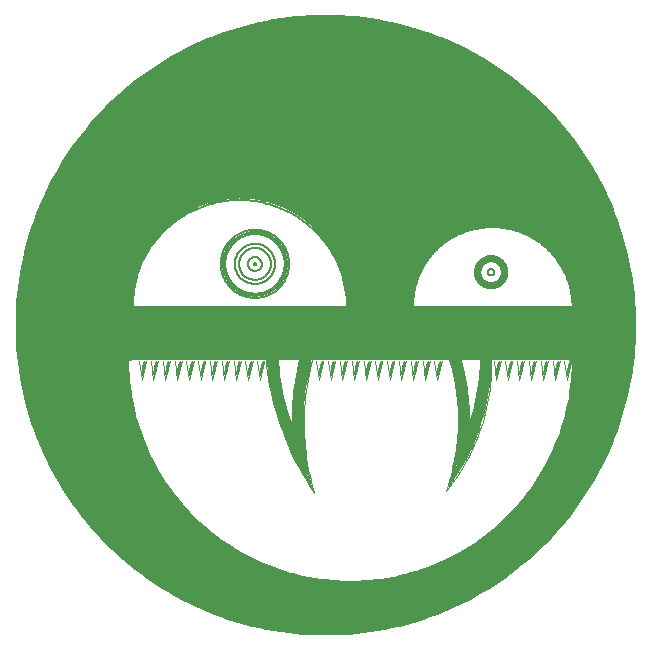
<source format=gbr>
G04 EAGLE Gerber RS-274X export*
G75*
%MOMM*%
%FSLAX34Y34*%
%LPD*%
%INSilkscreen Bottom*%
%IPPOS*%
%AMOC8*
5,1,8,0,0,1.08239X$1,22.5*%
G01*
%ADD10C,2.540000*%
%ADD11C,0.200000*%
%ADD12C,0.254000*%
%ADD13C,0.101600*%
%ADD14C,1.016000*%


D10*
X60000Y325000D02*
X60075Y331135D01*
X60301Y337267D01*
X60677Y343391D01*
X61204Y349504D01*
X61880Y355603D01*
X62706Y361683D01*
X63681Y367740D01*
X64804Y373773D01*
X66074Y379775D01*
X67492Y385745D01*
X69056Y391678D01*
X70765Y397571D01*
X72618Y403420D01*
X74614Y409222D01*
X76752Y414974D01*
X79030Y420671D01*
X81448Y426310D01*
X84003Y431889D01*
X86694Y437403D01*
X89520Y442849D01*
X92478Y448225D01*
X95568Y453526D01*
X98787Y458749D01*
X102133Y463893D01*
X105604Y468952D01*
X109198Y473925D01*
X112913Y478808D01*
X116747Y483598D01*
X120698Y488293D01*
X124762Y492890D01*
X128938Y497385D01*
X133223Y501777D01*
X137615Y506062D01*
X142110Y510238D01*
X146707Y514302D01*
X151402Y518253D01*
X156192Y522087D01*
X161075Y525802D01*
X166048Y529396D01*
X171107Y532867D01*
X176251Y536213D01*
X181474Y539432D01*
X186775Y542522D01*
X192151Y545480D01*
X197597Y548306D01*
X203111Y550997D01*
X208690Y553552D01*
X214329Y555970D01*
X220026Y558248D01*
X225778Y560386D01*
X231580Y562382D01*
X237429Y564235D01*
X243322Y565944D01*
X249255Y567508D01*
X255225Y568926D01*
X261227Y570196D01*
X267260Y571319D01*
X273317Y572294D01*
X279397Y573120D01*
X285496Y573796D01*
X291609Y574323D01*
X297733Y574699D01*
X303865Y574925D01*
X310000Y575000D01*
X316135Y574925D01*
X322267Y574699D01*
X328391Y574323D01*
X334504Y573796D01*
X340603Y573120D01*
X346683Y572294D01*
X352740Y571319D01*
X358773Y570196D01*
X364775Y568926D01*
X370745Y567508D01*
X376678Y565944D01*
X382571Y564235D01*
X388420Y562382D01*
X394222Y560386D01*
X399974Y558248D01*
X405671Y555970D01*
X411310Y553552D01*
X416889Y550997D01*
X422403Y548306D01*
X427849Y545480D01*
X433225Y542522D01*
X438526Y539432D01*
X443749Y536213D01*
X448893Y532867D01*
X453952Y529396D01*
X458925Y525802D01*
X463808Y522087D01*
X468598Y518253D01*
X473293Y514302D01*
X477890Y510238D01*
X482385Y506062D01*
X486777Y501777D01*
X491062Y497385D01*
X495238Y492890D01*
X499302Y488293D01*
X503253Y483598D01*
X507087Y478808D01*
X510802Y473925D01*
X514396Y468952D01*
X517867Y463893D01*
X521213Y458749D01*
X524432Y453526D01*
X527522Y448225D01*
X530480Y442849D01*
X533306Y437403D01*
X535997Y431889D01*
X538552Y426310D01*
X540970Y420671D01*
X543248Y414974D01*
X545386Y409222D01*
X547382Y403420D01*
X549235Y397571D01*
X550944Y391678D01*
X552508Y385745D01*
X553926Y379775D01*
X555196Y373773D01*
X556319Y367740D01*
X557294Y361683D01*
X558120Y355603D01*
X558796Y349504D01*
X559323Y343391D01*
X559699Y337267D01*
X559925Y331135D01*
X560000Y325000D01*
X559925Y318865D01*
X559699Y312733D01*
X559323Y306609D01*
X558796Y300496D01*
X558120Y294397D01*
X557294Y288317D01*
X556319Y282260D01*
X555196Y276227D01*
X553926Y270225D01*
X552508Y264255D01*
X550944Y258322D01*
X549235Y252429D01*
X547382Y246580D01*
X545386Y240778D01*
X543248Y235026D01*
X540970Y229329D01*
X538552Y223690D01*
X535997Y218111D01*
X533306Y212597D01*
X530480Y207151D01*
X527522Y201775D01*
X524432Y196474D01*
X521213Y191251D01*
X517867Y186107D01*
X514396Y181048D01*
X510802Y176075D01*
X507087Y171192D01*
X503253Y166402D01*
X499302Y161707D01*
X495238Y157110D01*
X491062Y152615D01*
X486777Y148223D01*
X482385Y143938D01*
X477890Y139762D01*
X473293Y135698D01*
X468598Y131747D01*
X463808Y127913D01*
X458925Y124198D01*
X453952Y120604D01*
X448893Y117133D01*
X443749Y113787D01*
X438526Y110568D01*
X433225Y107478D01*
X427849Y104520D01*
X422403Y101694D01*
X416889Y99003D01*
X411310Y96448D01*
X405671Y94030D01*
X399974Y91752D01*
X394222Y89614D01*
X388420Y87618D01*
X382571Y85765D01*
X376678Y84056D01*
X370745Y82492D01*
X364775Y81074D01*
X358773Y79804D01*
X352740Y78681D01*
X346683Y77706D01*
X340603Y76880D01*
X334504Y76204D01*
X328391Y75677D01*
X322267Y75301D01*
X316135Y75075D01*
X310000Y75000D01*
X303865Y75075D01*
X297733Y75301D01*
X291609Y75677D01*
X285496Y76204D01*
X279397Y76880D01*
X273317Y77706D01*
X267260Y78681D01*
X261227Y79804D01*
X255225Y81074D01*
X249255Y82492D01*
X243322Y84056D01*
X237429Y85765D01*
X231580Y87618D01*
X225778Y89614D01*
X220026Y91752D01*
X214329Y94030D01*
X208690Y96448D01*
X203111Y99003D01*
X197597Y101694D01*
X192151Y104520D01*
X186775Y107478D01*
X181474Y110568D01*
X176251Y113787D01*
X171107Y117133D01*
X166048Y120604D01*
X161075Y124198D01*
X156192Y127913D01*
X151402Y131747D01*
X146707Y135698D01*
X142110Y139762D01*
X137615Y143938D01*
X133223Y148223D01*
X128938Y152615D01*
X124762Y157110D01*
X120698Y161707D01*
X116747Y166402D01*
X112913Y171192D01*
X109198Y176075D01*
X105604Y181048D01*
X102133Y186107D01*
X98787Y191251D01*
X95568Y196474D01*
X92478Y201775D01*
X89520Y207151D01*
X86694Y212597D01*
X84003Y218111D01*
X81448Y223690D01*
X79030Y229329D01*
X76752Y235026D01*
X74614Y240778D01*
X72618Y246580D01*
X70765Y252429D01*
X69056Y258322D01*
X67492Y264255D01*
X66074Y270225D01*
X64804Y276227D01*
X63681Y282260D01*
X62706Y288317D01*
X61880Y294397D01*
X61204Y300496D01*
X60677Y306609D01*
X60301Y312733D01*
X60075Y318865D01*
X60000Y325000D01*
D11*
X516000Y296000D02*
X517000Y296000D01*
X516000Y296000D02*
X450000Y296000D01*
X415000Y296000D01*
X145000Y296000D01*
X383000Y340000D02*
X519000Y340000D01*
X328000Y340000D02*
X146000Y340000D01*
X383000Y340000D02*
X383020Y341656D01*
X383081Y343311D01*
X383181Y344964D01*
X383322Y346614D01*
X383504Y348260D01*
X383725Y349901D01*
X383986Y351536D01*
X384286Y353165D01*
X384627Y354785D01*
X385007Y356397D01*
X385425Y357999D01*
X385883Y359591D01*
X386380Y361171D01*
X386914Y362738D01*
X387487Y364292D01*
X388097Y365831D01*
X388745Y367355D01*
X389430Y368863D01*
X390151Y370354D01*
X390908Y371827D01*
X391701Y373280D01*
X392529Y374715D01*
X393391Y376128D01*
X394288Y377520D01*
X395219Y378890D01*
X396182Y380237D01*
X397178Y381560D01*
X398206Y382858D01*
X399266Y384131D01*
X400355Y385378D01*
X401476Y386597D01*
X402625Y387790D01*
X403803Y388953D01*
X405009Y390088D01*
X406242Y391193D01*
X407502Y392268D01*
X408788Y393312D01*
X410099Y394324D01*
X411434Y395304D01*
X412792Y396251D01*
X414173Y397165D01*
X415576Y398044D01*
X417000Y398890D01*
X418444Y399700D01*
X419908Y400475D01*
X421389Y401214D01*
X422889Y401917D01*
X424405Y402584D01*
X425937Y403213D01*
X427483Y403804D01*
X429044Y404358D01*
X430618Y404873D01*
X432204Y405351D01*
X433801Y405789D01*
X435408Y406188D01*
X437024Y406548D01*
X438649Y406869D01*
X440281Y407150D01*
X441919Y407391D01*
X443563Y407592D01*
X445211Y407753D01*
X446862Y407874D01*
X448517Y407955D01*
X450172Y407995D01*
X451828Y407995D01*
X453483Y407955D01*
X455138Y407874D01*
X456789Y407753D01*
X458437Y407592D01*
X460081Y407391D01*
X461719Y407150D01*
X463351Y406869D01*
X464976Y406548D01*
X466592Y406188D01*
X468199Y405789D01*
X469796Y405351D01*
X471382Y404873D01*
X472956Y404358D01*
X474517Y403804D01*
X476063Y403213D01*
X477595Y402584D01*
X479111Y401917D01*
X480611Y401214D01*
X482092Y400475D01*
X483556Y399700D01*
X485000Y398890D01*
X486424Y398044D01*
X487827Y397165D01*
X489208Y396251D01*
X490566Y395304D01*
X491901Y394324D01*
X493212Y393312D01*
X494498Y392268D01*
X495758Y391193D01*
X496991Y390088D01*
X498197Y388953D01*
X499375Y387790D01*
X500524Y386597D01*
X501645Y385378D01*
X502734Y384131D01*
X503794Y382858D01*
X504822Y381560D01*
X505818Y380237D01*
X506781Y378890D01*
X507712Y377520D01*
X508609Y376128D01*
X509471Y374715D01*
X510299Y373280D01*
X511092Y371827D01*
X511849Y370354D01*
X512570Y368863D01*
X513255Y367355D01*
X513903Y365831D01*
X514513Y364292D01*
X515086Y362738D01*
X515620Y361171D01*
X516117Y359591D01*
X516575Y357999D01*
X516993Y356397D01*
X517373Y354785D01*
X517714Y353165D01*
X518014Y351536D01*
X518275Y349901D01*
X518496Y348260D01*
X518678Y346614D01*
X518819Y344964D01*
X518919Y343311D01*
X518980Y341656D01*
X519000Y340000D01*
X328000Y340000D02*
X327973Y342216D01*
X327892Y344431D01*
X327757Y346643D01*
X327569Y348851D01*
X327326Y351053D01*
X327030Y353250D01*
X326681Y355438D01*
X326278Y357617D01*
X325823Y359786D01*
X325315Y361943D01*
X324754Y364087D01*
X324142Y366217D01*
X323477Y368331D01*
X322762Y370429D01*
X321995Y372508D01*
X321179Y374568D01*
X320312Y376608D01*
X319396Y378626D01*
X318431Y380621D01*
X317417Y382591D01*
X316356Y384537D01*
X315248Y386456D01*
X314094Y388348D01*
X312894Y390211D01*
X311649Y392044D01*
X310359Y393846D01*
X309026Y395617D01*
X307650Y397354D01*
X306233Y399058D01*
X304774Y400726D01*
X303275Y402358D01*
X301737Y403954D01*
X300161Y405511D01*
X298547Y407030D01*
X296896Y408509D01*
X295210Y409947D01*
X293490Y411344D01*
X291736Y412698D01*
X289949Y414009D01*
X288131Y415277D01*
X286283Y416500D01*
X284406Y417677D01*
X282500Y418808D01*
X280567Y419893D01*
X278609Y420930D01*
X276626Y421919D01*
X274619Y422860D01*
X272591Y423752D01*
X270541Y424593D01*
X268471Y425385D01*
X266382Y426126D01*
X264276Y426816D01*
X262154Y427454D01*
X260017Y428041D01*
X257866Y428575D01*
X255703Y429057D01*
X253529Y429486D01*
X251345Y429862D01*
X249152Y430185D01*
X246953Y430454D01*
X244747Y430670D01*
X242537Y430831D01*
X240324Y430939D01*
X238108Y430993D01*
X235892Y430993D01*
X233676Y430939D01*
X231463Y430831D01*
X229253Y430670D01*
X227047Y430454D01*
X224848Y430185D01*
X222655Y429862D01*
X220471Y429486D01*
X218297Y429057D01*
X216134Y428575D01*
X213983Y428041D01*
X211846Y427454D01*
X209724Y426816D01*
X207618Y426126D01*
X205529Y425385D01*
X203459Y424593D01*
X201409Y423752D01*
X199381Y422860D01*
X197374Y421919D01*
X195391Y420930D01*
X193433Y419893D01*
X191500Y418808D01*
X189594Y417677D01*
X187717Y416500D01*
X185869Y415277D01*
X184051Y414009D01*
X182264Y412698D01*
X180510Y411344D01*
X178790Y409947D01*
X177104Y408509D01*
X175453Y407030D01*
X173839Y405511D01*
X172263Y403954D01*
X170725Y402358D01*
X169226Y400726D01*
X167767Y399058D01*
X166350Y397354D01*
X164974Y395617D01*
X163641Y393846D01*
X162351Y392044D01*
X161106Y390211D01*
X159906Y388348D01*
X158752Y386456D01*
X157644Y384537D01*
X156583Y382591D01*
X155569Y380621D01*
X154604Y378626D01*
X153688Y376608D01*
X152821Y374568D01*
X152005Y372508D01*
X151238Y370429D01*
X150523Y368331D01*
X149858Y366217D01*
X149246Y364087D01*
X148685Y361943D01*
X148177Y359786D01*
X147722Y357617D01*
X147319Y355438D01*
X146970Y353250D01*
X146674Y351053D01*
X146431Y348851D01*
X146243Y346643D01*
X146108Y344431D01*
X146027Y342216D01*
X146000Y340000D01*
X447172Y370000D02*
X447174Y370106D01*
X447180Y370211D01*
X447190Y370317D01*
X447204Y370421D01*
X447221Y370526D01*
X447243Y370629D01*
X447268Y370732D01*
X447298Y370834D01*
X447331Y370934D01*
X447367Y371033D01*
X447408Y371131D01*
X447452Y371227D01*
X447500Y371321D01*
X447551Y371414D01*
X447605Y371505D01*
X447663Y371593D01*
X447725Y371679D01*
X447789Y371763D01*
X447856Y371845D01*
X447927Y371924D01*
X448000Y372000D01*
X448076Y372073D01*
X448155Y372144D01*
X448237Y372211D01*
X448321Y372275D01*
X448407Y372337D01*
X448495Y372395D01*
X448586Y372449D01*
X448679Y372500D01*
X448773Y372548D01*
X448869Y372592D01*
X448967Y372633D01*
X449066Y372669D01*
X449166Y372702D01*
X449268Y372732D01*
X449371Y372757D01*
X449474Y372779D01*
X449579Y372796D01*
X449683Y372810D01*
X449789Y372820D01*
X449894Y372826D01*
X450000Y372828D01*
X450106Y372826D01*
X450211Y372820D01*
X450317Y372810D01*
X450421Y372796D01*
X450526Y372779D01*
X450629Y372757D01*
X450732Y372732D01*
X450834Y372702D01*
X450934Y372669D01*
X451033Y372633D01*
X451131Y372592D01*
X451227Y372548D01*
X451321Y372500D01*
X451414Y372449D01*
X451505Y372395D01*
X451593Y372337D01*
X451679Y372275D01*
X451763Y372211D01*
X451845Y372144D01*
X451924Y372073D01*
X452000Y372000D01*
X452073Y371924D01*
X452144Y371845D01*
X452211Y371763D01*
X452275Y371679D01*
X452337Y371593D01*
X452395Y371505D01*
X452449Y371414D01*
X452500Y371321D01*
X452548Y371227D01*
X452592Y371131D01*
X452633Y371033D01*
X452669Y370934D01*
X452702Y370834D01*
X452732Y370732D01*
X452757Y370629D01*
X452779Y370526D01*
X452796Y370421D01*
X452810Y370317D01*
X452820Y370211D01*
X452826Y370106D01*
X452828Y370000D01*
X452826Y369894D01*
X452820Y369789D01*
X452810Y369683D01*
X452796Y369579D01*
X452779Y369474D01*
X452757Y369371D01*
X452732Y369268D01*
X452702Y369166D01*
X452669Y369066D01*
X452633Y368967D01*
X452592Y368869D01*
X452548Y368773D01*
X452500Y368679D01*
X452449Y368586D01*
X452395Y368495D01*
X452337Y368407D01*
X452275Y368321D01*
X452211Y368237D01*
X452144Y368155D01*
X452073Y368076D01*
X452000Y368000D01*
X451924Y367927D01*
X451845Y367856D01*
X451763Y367789D01*
X451679Y367725D01*
X451593Y367663D01*
X451505Y367605D01*
X451414Y367551D01*
X451321Y367500D01*
X451227Y367452D01*
X451131Y367408D01*
X451033Y367367D01*
X450934Y367331D01*
X450834Y367298D01*
X450732Y367268D01*
X450629Y367243D01*
X450526Y367221D01*
X450421Y367204D01*
X450317Y367190D01*
X450211Y367180D01*
X450106Y367174D01*
X450000Y367172D01*
X449894Y367174D01*
X449789Y367180D01*
X449683Y367190D01*
X449579Y367204D01*
X449474Y367221D01*
X449371Y367243D01*
X449268Y367268D01*
X449166Y367298D01*
X449066Y367331D01*
X448967Y367367D01*
X448869Y367408D01*
X448773Y367452D01*
X448679Y367500D01*
X448586Y367551D01*
X448495Y367605D01*
X448407Y367663D01*
X448321Y367725D01*
X448237Y367789D01*
X448155Y367856D01*
X448076Y367927D01*
X448000Y368000D01*
X447927Y368076D01*
X447856Y368155D01*
X447789Y368237D01*
X447725Y368321D01*
X447663Y368407D01*
X447605Y368495D01*
X447551Y368586D01*
X447500Y368679D01*
X447452Y368773D01*
X447408Y368869D01*
X447367Y368967D01*
X447331Y369066D01*
X447298Y369166D01*
X447268Y369268D01*
X447243Y369371D01*
X447221Y369474D01*
X447204Y369579D01*
X447190Y369683D01*
X447180Y369789D01*
X447174Y369894D01*
X447172Y370000D01*
X440780Y370000D02*
X440783Y370226D01*
X440791Y370452D01*
X440805Y370678D01*
X440824Y370904D01*
X440849Y371129D01*
X440880Y371353D01*
X440916Y371576D01*
X440957Y371799D01*
X441004Y372020D01*
X441056Y372240D01*
X441114Y372459D01*
X441177Y372676D01*
X441245Y372892D01*
X441319Y373106D01*
X441398Y373318D01*
X441482Y373528D01*
X441571Y373736D01*
X441665Y373942D01*
X441764Y374145D01*
X441869Y374346D01*
X441978Y374545D01*
X442092Y374740D01*
X442210Y374933D01*
X442334Y375122D01*
X442462Y375309D01*
X442594Y375492D01*
X442731Y375672D01*
X442873Y375849D01*
X443019Y376022D01*
X443168Y376192D01*
X443322Y376358D01*
X443480Y376520D01*
X443642Y376678D01*
X443808Y376832D01*
X443978Y376981D01*
X444151Y377127D01*
X444328Y377269D01*
X444508Y377406D01*
X444691Y377538D01*
X444878Y377666D01*
X445067Y377790D01*
X445260Y377908D01*
X445455Y378022D01*
X445654Y378131D01*
X445855Y378236D01*
X446058Y378335D01*
X446264Y378429D01*
X446472Y378518D01*
X446682Y378602D01*
X446894Y378681D01*
X447108Y378755D01*
X447324Y378823D01*
X447541Y378886D01*
X447760Y378944D01*
X447980Y378996D01*
X448201Y379043D01*
X448424Y379084D01*
X448647Y379120D01*
X448871Y379151D01*
X449096Y379176D01*
X449322Y379195D01*
X449548Y379209D01*
X449774Y379217D01*
X450000Y379220D01*
X450226Y379217D01*
X450452Y379209D01*
X450678Y379195D01*
X450904Y379176D01*
X451129Y379151D01*
X451353Y379120D01*
X451576Y379084D01*
X451799Y379043D01*
X452020Y378996D01*
X452240Y378944D01*
X452459Y378886D01*
X452676Y378823D01*
X452892Y378755D01*
X453106Y378681D01*
X453318Y378602D01*
X453528Y378518D01*
X453736Y378429D01*
X453942Y378335D01*
X454145Y378236D01*
X454346Y378131D01*
X454545Y378022D01*
X454740Y377908D01*
X454933Y377790D01*
X455122Y377666D01*
X455309Y377538D01*
X455492Y377406D01*
X455672Y377269D01*
X455849Y377127D01*
X456022Y376981D01*
X456192Y376832D01*
X456358Y376678D01*
X456520Y376520D01*
X456678Y376358D01*
X456832Y376192D01*
X456981Y376022D01*
X457127Y375849D01*
X457269Y375672D01*
X457406Y375492D01*
X457538Y375309D01*
X457666Y375122D01*
X457790Y374933D01*
X457908Y374740D01*
X458022Y374545D01*
X458131Y374346D01*
X458236Y374145D01*
X458335Y373942D01*
X458429Y373736D01*
X458518Y373528D01*
X458602Y373318D01*
X458681Y373106D01*
X458755Y372892D01*
X458823Y372676D01*
X458886Y372459D01*
X458944Y372240D01*
X458996Y372020D01*
X459043Y371799D01*
X459084Y371576D01*
X459120Y371353D01*
X459151Y371129D01*
X459176Y370904D01*
X459195Y370678D01*
X459209Y370452D01*
X459217Y370226D01*
X459220Y370000D01*
X459217Y369774D01*
X459209Y369548D01*
X459195Y369322D01*
X459176Y369096D01*
X459151Y368871D01*
X459120Y368647D01*
X459084Y368424D01*
X459043Y368201D01*
X458996Y367980D01*
X458944Y367760D01*
X458886Y367541D01*
X458823Y367324D01*
X458755Y367108D01*
X458681Y366894D01*
X458602Y366682D01*
X458518Y366472D01*
X458429Y366264D01*
X458335Y366058D01*
X458236Y365855D01*
X458131Y365654D01*
X458022Y365455D01*
X457908Y365260D01*
X457790Y365067D01*
X457666Y364878D01*
X457538Y364691D01*
X457406Y364508D01*
X457269Y364328D01*
X457127Y364151D01*
X456981Y363978D01*
X456832Y363808D01*
X456678Y363642D01*
X456520Y363480D01*
X456358Y363322D01*
X456192Y363168D01*
X456022Y363019D01*
X455849Y362873D01*
X455672Y362731D01*
X455492Y362594D01*
X455309Y362462D01*
X455122Y362334D01*
X454933Y362210D01*
X454740Y362092D01*
X454545Y361978D01*
X454346Y361869D01*
X454145Y361764D01*
X453942Y361665D01*
X453736Y361571D01*
X453528Y361482D01*
X453318Y361398D01*
X453106Y361319D01*
X452892Y361245D01*
X452676Y361177D01*
X452459Y361114D01*
X452240Y361056D01*
X452020Y361004D01*
X451799Y360957D01*
X451576Y360916D01*
X451353Y360880D01*
X451129Y360849D01*
X450904Y360824D01*
X450678Y360805D01*
X450452Y360791D01*
X450226Y360783D01*
X450000Y360780D01*
X449774Y360783D01*
X449548Y360791D01*
X449322Y360805D01*
X449096Y360824D01*
X448871Y360849D01*
X448647Y360880D01*
X448424Y360916D01*
X448201Y360957D01*
X447980Y361004D01*
X447760Y361056D01*
X447541Y361114D01*
X447324Y361177D01*
X447108Y361245D01*
X446894Y361319D01*
X446682Y361398D01*
X446472Y361482D01*
X446264Y361571D01*
X446058Y361665D01*
X445855Y361764D01*
X445654Y361869D01*
X445455Y361978D01*
X445260Y362092D01*
X445067Y362210D01*
X444878Y362334D01*
X444691Y362462D01*
X444508Y362594D01*
X444328Y362731D01*
X444151Y362873D01*
X443978Y363019D01*
X443808Y363168D01*
X443642Y363322D01*
X443480Y363480D01*
X443322Y363642D01*
X443168Y363808D01*
X443019Y363978D01*
X442873Y364151D01*
X442731Y364328D01*
X442594Y364508D01*
X442462Y364691D01*
X442334Y364878D01*
X442210Y365067D01*
X442092Y365260D01*
X441978Y365455D01*
X441869Y365654D01*
X441764Y365855D01*
X441665Y366058D01*
X441571Y366264D01*
X441482Y366472D01*
X441398Y366682D01*
X441319Y366894D01*
X441245Y367108D01*
X441177Y367324D01*
X441114Y367541D01*
X441056Y367760D01*
X441004Y367980D01*
X440957Y368201D01*
X440916Y368424D01*
X440880Y368647D01*
X440849Y368871D01*
X440824Y369096D01*
X440805Y369322D01*
X440791Y369548D01*
X440783Y369774D01*
X440780Y370000D01*
X249000Y377000D02*
X249002Y377063D01*
X249008Y377125D01*
X249018Y377187D01*
X249031Y377249D01*
X249049Y377309D01*
X249070Y377368D01*
X249095Y377426D01*
X249124Y377482D01*
X249156Y377536D01*
X249191Y377588D01*
X249229Y377637D01*
X249271Y377685D01*
X249315Y377729D01*
X249363Y377771D01*
X249412Y377809D01*
X249464Y377844D01*
X249518Y377876D01*
X249574Y377905D01*
X249632Y377930D01*
X249691Y377951D01*
X249751Y377969D01*
X249813Y377982D01*
X249875Y377992D01*
X249937Y377998D01*
X250000Y378000D01*
X250063Y377998D01*
X250125Y377992D01*
X250187Y377982D01*
X250249Y377969D01*
X250309Y377951D01*
X250368Y377930D01*
X250426Y377905D01*
X250482Y377876D01*
X250536Y377844D01*
X250588Y377809D01*
X250637Y377771D01*
X250685Y377729D01*
X250729Y377685D01*
X250771Y377637D01*
X250809Y377588D01*
X250844Y377536D01*
X250876Y377482D01*
X250905Y377426D01*
X250930Y377368D01*
X250951Y377309D01*
X250969Y377249D01*
X250982Y377187D01*
X250992Y377125D01*
X250998Y377063D01*
X251000Y377000D01*
X250998Y376937D01*
X250992Y376875D01*
X250982Y376813D01*
X250969Y376751D01*
X250951Y376691D01*
X250930Y376632D01*
X250905Y376574D01*
X250876Y376518D01*
X250844Y376464D01*
X250809Y376412D01*
X250771Y376363D01*
X250729Y376315D01*
X250685Y376271D01*
X250637Y376229D01*
X250588Y376191D01*
X250536Y376156D01*
X250482Y376124D01*
X250426Y376095D01*
X250368Y376070D01*
X250309Y376049D01*
X250249Y376031D01*
X250187Y376018D01*
X250125Y376008D01*
X250063Y376002D01*
X250000Y376000D01*
X249937Y376002D01*
X249875Y376008D01*
X249813Y376018D01*
X249751Y376031D01*
X249691Y376049D01*
X249632Y376070D01*
X249574Y376095D01*
X249518Y376124D01*
X249464Y376156D01*
X249412Y376191D01*
X249363Y376229D01*
X249315Y376271D01*
X249271Y376315D01*
X249229Y376363D01*
X249191Y376412D01*
X249156Y376464D01*
X249124Y376518D01*
X249095Y376574D01*
X249070Y376632D01*
X249049Y376691D01*
X249031Y376751D01*
X249018Y376813D01*
X249008Y376875D01*
X249002Y376937D01*
X249000Y377000D01*
X244169Y377000D02*
X244171Y377153D01*
X244177Y377305D01*
X244187Y377457D01*
X244201Y377610D01*
X244219Y377761D01*
X244241Y377912D01*
X244267Y378063D01*
X244296Y378212D01*
X244330Y378361D01*
X244368Y378509D01*
X244409Y378656D01*
X244454Y378802D01*
X244503Y378946D01*
X244556Y379090D01*
X244613Y379231D01*
X244673Y379372D01*
X244737Y379510D01*
X244805Y379647D01*
X244876Y379782D01*
X244950Y379915D01*
X245028Y380047D01*
X245110Y380176D01*
X245195Y380303D01*
X245283Y380427D01*
X245374Y380550D01*
X245468Y380670D01*
X245566Y380787D01*
X245667Y380902D01*
X245770Y381014D01*
X245877Y381123D01*
X245986Y381230D01*
X246098Y381333D01*
X246213Y381434D01*
X246330Y381532D01*
X246450Y381626D01*
X246573Y381717D01*
X246697Y381805D01*
X246824Y381890D01*
X246953Y381972D01*
X247084Y382050D01*
X247218Y382124D01*
X247353Y382195D01*
X247490Y382263D01*
X247628Y382327D01*
X247769Y382387D01*
X247910Y382444D01*
X248054Y382497D01*
X248198Y382546D01*
X248344Y382591D01*
X248491Y382632D01*
X248639Y382670D01*
X248788Y382704D01*
X248937Y382733D01*
X249088Y382759D01*
X249239Y382781D01*
X249390Y382799D01*
X249543Y382813D01*
X249695Y382823D01*
X249847Y382829D01*
X250000Y382831D01*
X250153Y382829D01*
X250305Y382823D01*
X250457Y382813D01*
X250610Y382799D01*
X250761Y382781D01*
X250912Y382759D01*
X251063Y382733D01*
X251212Y382704D01*
X251361Y382670D01*
X251509Y382632D01*
X251656Y382591D01*
X251802Y382546D01*
X251946Y382497D01*
X252090Y382444D01*
X252231Y382387D01*
X252372Y382327D01*
X252510Y382263D01*
X252647Y382195D01*
X252782Y382124D01*
X252915Y382050D01*
X253047Y381972D01*
X253176Y381890D01*
X253303Y381805D01*
X253427Y381717D01*
X253550Y381626D01*
X253670Y381532D01*
X253787Y381434D01*
X253902Y381333D01*
X254014Y381230D01*
X254123Y381123D01*
X254230Y381014D01*
X254333Y380902D01*
X254434Y380787D01*
X254532Y380670D01*
X254626Y380550D01*
X254717Y380427D01*
X254805Y380303D01*
X254890Y380176D01*
X254972Y380047D01*
X255050Y379916D01*
X255124Y379782D01*
X255195Y379647D01*
X255263Y379510D01*
X255327Y379372D01*
X255387Y379231D01*
X255444Y379090D01*
X255497Y378946D01*
X255546Y378802D01*
X255591Y378656D01*
X255632Y378509D01*
X255670Y378361D01*
X255704Y378212D01*
X255733Y378063D01*
X255759Y377912D01*
X255781Y377761D01*
X255799Y377610D01*
X255813Y377457D01*
X255823Y377305D01*
X255829Y377153D01*
X255831Y377000D01*
X255829Y376847D01*
X255823Y376695D01*
X255813Y376543D01*
X255799Y376390D01*
X255781Y376239D01*
X255759Y376088D01*
X255733Y375937D01*
X255704Y375788D01*
X255670Y375639D01*
X255632Y375491D01*
X255591Y375344D01*
X255546Y375198D01*
X255497Y375054D01*
X255444Y374910D01*
X255387Y374769D01*
X255327Y374628D01*
X255263Y374490D01*
X255195Y374353D01*
X255124Y374218D01*
X255050Y374085D01*
X254972Y373953D01*
X254890Y373824D01*
X254805Y373697D01*
X254717Y373573D01*
X254626Y373450D01*
X254532Y373330D01*
X254434Y373213D01*
X254333Y373098D01*
X254230Y372986D01*
X254123Y372877D01*
X254014Y372770D01*
X253902Y372667D01*
X253787Y372566D01*
X253670Y372468D01*
X253550Y372374D01*
X253427Y372283D01*
X253303Y372195D01*
X253176Y372110D01*
X253047Y372028D01*
X252916Y371950D01*
X252782Y371876D01*
X252647Y371805D01*
X252510Y371737D01*
X252372Y371673D01*
X252231Y371613D01*
X252090Y371556D01*
X251946Y371503D01*
X251802Y371454D01*
X251656Y371409D01*
X251509Y371368D01*
X251361Y371330D01*
X251212Y371296D01*
X251063Y371267D01*
X250912Y371241D01*
X250761Y371219D01*
X250610Y371201D01*
X250457Y371187D01*
X250305Y371177D01*
X250153Y371171D01*
X250000Y371169D01*
X249847Y371171D01*
X249695Y371177D01*
X249543Y371187D01*
X249390Y371201D01*
X249239Y371219D01*
X249088Y371241D01*
X248937Y371267D01*
X248788Y371296D01*
X248639Y371330D01*
X248491Y371368D01*
X248344Y371409D01*
X248198Y371454D01*
X248054Y371503D01*
X247910Y371556D01*
X247769Y371613D01*
X247628Y371673D01*
X247490Y371737D01*
X247353Y371805D01*
X247218Y371876D01*
X247085Y371950D01*
X246953Y372028D01*
X246824Y372110D01*
X246697Y372195D01*
X246573Y372283D01*
X246450Y372374D01*
X246330Y372468D01*
X246213Y372566D01*
X246098Y372667D01*
X245986Y372770D01*
X245877Y372877D01*
X245770Y372986D01*
X245667Y373098D01*
X245566Y373213D01*
X245468Y373330D01*
X245374Y373450D01*
X245283Y373573D01*
X245195Y373697D01*
X245110Y373824D01*
X245028Y373953D01*
X244950Y374084D01*
X244876Y374218D01*
X244805Y374353D01*
X244737Y374490D01*
X244673Y374628D01*
X244613Y374769D01*
X244556Y374910D01*
X244503Y375054D01*
X244454Y375198D01*
X244409Y375344D01*
X244368Y375491D01*
X244330Y375639D01*
X244296Y375788D01*
X244267Y375937D01*
X244241Y376088D01*
X244219Y376239D01*
X244201Y376390D01*
X244187Y376543D01*
X244177Y376695D01*
X244171Y376847D01*
X244169Y377000D01*
X236546Y377000D02*
X236550Y377330D01*
X236562Y377660D01*
X236582Y377990D01*
X236611Y378319D01*
X236647Y378647D01*
X236692Y378974D01*
X236744Y379300D01*
X236805Y379625D01*
X236873Y379948D01*
X236949Y380269D01*
X237033Y380588D01*
X237125Y380905D01*
X237225Y381220D01*
X237332Y381533D01*
X237448Y381842D01*
X237570Y382149D01*
X237700Y382452D01*
X237838Y382752D01*
X237983Y383049D01*
X238135Y383342D01*
X238294Y383631D01*
X238460Y383917D01*
X238633Y384198D01*
X238813Y384475D01*
X239000Y384747D01*
X239194Y385015D01*
X239394Y385277D01*
X239600Y385535D01*
X239813Y385788D01*
X240031Y386035D01*
X240256Y386277D01*
X240487Y386513D01*
X240723Y386744D01*
X240965Y386969D01*
X241212Y387187D01*
X241465Y387400D01*
X241723Y387606D01*
X241985Y387806D01*
X242253Y388000D01*
X242525Y388187D01*
X242802Y388367D01*
X243083Y388540D01*
X243369Y388706D01*
X243658Y388865D01*
X243951Y389017D01*
X244248Y389162D01*
X244548Y389300D01*
X244851Y389430D01*
X245158Y389552D01*
X245467Y389668D01*
X245780Y389775D01*
X246095Y389875D01*
X246412Y389967D01*
X246731Y390051D01*
X247052Y390127D01*
X247375Y390195D01*
X247700Y390256D01*
X248026Y390308D01*
X248353Y390353D01*
X248681Y390389D01*
X249010Y390418D01*
X249340Y390438D01*
X249670Y390450D01*
X250000Y390454D01*
X250330Y390450D01*
X250660Y390438D01*
X250990Y390418D01*
X251319Y390389D01*
X251647Y390353D01*
X251974Y390308D01*
X252300Y390256D01*
X252625Y390195D01*
X252948Y390127D01*
X253269Y390051D01*
X253588Y389967D01*
X253905Y389875D01*
X254220Y389775D01*
X254533Y389668D01*
X254842Y389552D01*
X255149Y389430D01*
X255452Y389300D01*
X255752Y389162D01*
X256049Y389017D01*
X256342Y388865D01*
X256631Y388706D01*
X256917Y388540D01*
X257198Y388367D01*
X257475Y388187D01*
X257747Y388000D01*
X258015Y387806D01*
X258277Y387606D01*
X258535Y387400D01*
X258788Y387187D01*
X259035Y386969D01*
X259277Y386744D01*
X259513Y386513D01*
X259744Y386277D01*
X259969Y386035D01*
X260187Y385788D01*
X260400Y385535D01*
X260606Y385277D01*
X260806Y385015D01*
X261000Y384747D01*
X261187Y384475D01*
X261367Y384198D01*
X261540Y383917D01*
X261706Y383631D01*
X261865Y383342D01*
X262017Y383049D01*
X262162Y382752D01*
X262300Y382452D01*
X262430Y382149D01*
X262552Y381842D01*
X262668Y381533D01*
X262775Y381220D01*
X262875Y380905D01*
X262967Y380588D01*
X263051Y380269D01*
X263127Y379948D01*
X263195Y379625D01*
X263256Y379300D01*
X263308Y378974D01*
X263353Y378647D01*
X263389Y378319D01*
X263418Y377990D01*
X263438Y377660D01*
X263450Y377330D01*
X263454Y377000D01*
X263450Y376670D01*
X263438Y376340D01*
X263418Y376010D01*
X263389Y375681D01*
X263353Y375353D01*
X263308Y375026D01*
X263256Y374700D01*
X263195Y374375D01*
X263127Y374052D01*
X263051Y373731D01*
X262967Y373412D01*
X262875Y373095D01*
X262775Y372780D01*
X262668Y372467D01*
X262552Y372158D01*
X262430Y371851D01*
X262300Y371548D01*
X262162Y371248D01*
X262017Y370951D01*
X261865Y370658D01*
X261706Y370369D01*
X261540Y370083D01*
X261367Y369802D01*
X261187Y369525D01*
X261000Y369253D01*
X260806Y368985D01*
X260606Y368723D01*
X260400Y368465D01*
X260187Y368212D01*
X259969Y367965D01*
X259744Y367723D01*
X259513Y367487D01*
X259277Y367256D01*
X259035Y367031D01*
X258788Y366813D01*
X258535Y366600D01*
X258277Y366394D01*
X258015Y366194D01*
X257747Y366000D01*
X257475Y365813D01*
X257198Y365633D01*
X256917Y365460D01*
X256631Y365294D01*
X256342Y365135D01*
X256049Y364983D01*
X255752Y364838D01*
X255452Y364700D01*
X255149Y364570D01*
X254842Y364448D01*
X254533Y364332D01*
X254220Y364225D01*
X253905Y364125D01*
X253588Y364033D01*
X253269Y363949D01*
X252948Y363873D01*
X252625Y363805D01*
X252300Y363744D01*
X251974Y363692D01*
X251647Y363647D01*
X251319Y363611D01*
X250990Y363582D01*
X250660Y363562D01*
X250330Y363550D01*
X250000Y363546D01*
X249670Y363550D01*
X249340Y363562D01*
X249010Y363582D01*
X248681Y363611D01*
X248353Y363647D01*
X248026Y363692D01*
X247700Y363744D01*
X247375Y363805D01*
X247052Y363873D01*
X246731Y363949D01*
X246412Y364033D01*
X246095Y364125D01*
X245780Y364225D01*
X245467Y364332D01*
X245158Y364448D01*
X244851Y364570D01*
X244548Y364700D01*
X244248Y364838D01*
X243951Y364983D01*
X243658Y365135D01*
X243369Y365294D01*
X243083Y365460D01*
X242802Y365633D01*
X242525Y365813D01*
X242253Y366000D01*
X241985Y366194D01*
X241723Y366394D01*
X241465Y366600D01*
X241212Y366813D01*
X240965Y367031D01*
X240723Y367256D01*
X240487Y367487D01*
X240256Y367723D01*
X240031Y367965D01*
X239813Y368212D01*
X239600Y368465D01*
X239394Y368723D01*
X239194Y368985D01*
X239000Y369253D01*
X238813Y369525D01*
X238633Y369802D01*
X238460Y370083D01*
X238294Y370369D01*
X238135Y370658D01*
X237983Y370951D01*
X237838Y371248D01*
X237700Y371548D01*
X237570Y371851D01*
X237448Y372158D01*
X237332Y372467D01*
X237225Y372780D01*
X237125Y373095D01*
X237033Y373412D01*
X236949Y373731D01*
X236873Y374052D01*
X236805Y374375D01*
X236744Y374700D01*
X236692Y375026D01*
X236647Y375353D01*
X236611Y375681D01*
X236582Y376010D01*
X236562Y376340D01*
X236550Y376670D01*
X236546Y377000D01*
X233029Y377000D02*
X233034Y377416D01*
X233049Y377833D01*
X233075Y378248D01*
X233111Y378663D01*
X233157Y379077D01*
X233213Y379490D01*
X233279Y379901D01*
X233355Y380311D01*
X233441Y380718D01*
X233538Y381124D01*
X233644Y381526D01*
X233760Y381926D01*
X233886Y382323D01*
X234021Y382717D01*
X234166Y383108D01*
X234321Y383495D01*
X234485Y383877D01*
X234658Y384256D01*
X234841Y384630D01*
X235033Y385000D01*
X235234Y385365D01*
X235443Y385725D01*
X235662Y386079D01*
X235889Y386429D01*
X236125Y386772D01*
X236369Y387110D01*
X236621Y387441D01*
X236881Y387766D01*
X237149Y388085D01*
X237425Y388397D01*
X237709Y388702D01*
X238000Y389000D01*
X238298Y389291D01*
X238603Y389575D01*
X238915Y389851D01*
X239234Y390119D01*
X239559Y390379D01*
X239890Y390631D01*
X240228Y390875D01*
X240571Y391111D01*
X240921Y391338D01*
X241275Y391557D01*
X241635Y391766D01*
X242000Y391967D01*
X242370Y392159D01*
X242744Y392342D01*
X243123Y392515D01*
X243505Y392679D01*
X243892Y392834D01*
X244283Y392979D01*
X244677Y393114D01*
X245074Y393240D01*
X245474Y393356D01*
X245876Y393462D01*
X246282Y393559D01*
X246689Y393645D01*
X247099Y393721D01*
X247510Y393787D01*
X247923Y393843D01*
X248337Y393889D01*
X248752Y393925D01*
X249167Y393951D01*
X249584Y393966D01*
X250000Y393971D01*
X250416Y393966D01*
X250833Y393951D01*
X251248Y393925D01*
X251663Y393889D01*
X252077Y393843D01*
X252490Y393787D01*
X252901Y393721D01*
X253311Y393645D01*
X253718Y393559D01*
X254124Y393462D01*
X254526Y393356D01*
X254926Y393240D01*
X255323Y393114D01*
X255717Y392979D01*
X256108Y392834D01*
X256495Y392679D01*
X256877Y392515D01*
X257256Y392342D01*
X257630Y392159D01*
X258000Y391967D01*
X258365Y391766D01*
X258725Y391557D01*
X259079Y391338D01*
X259429Y391111D01*
X259772Y390875D01*
X260110Y390631D01*
X260441Y390379D01*
X260766Y390119D01*
X261085Y389851D01*
X261397Y389575D01*
X261702Y389291D01*
X262000Y389000D01*
X262291Y388702D01*
X262575Y388397D01*
X262851Y388085D01*
X263119Y387766D01*
X263379Y387441D01*
X263631Y387110D01*
X263875Y386772D01*
X264111Y386429D01*
X264338Y386079D01*
X264557Y385725D01*
X264766Y385365D01*
X264967Y385000D01*
X265159Y384630D01*
X265342Y384256D01*
X265515Y383877D01*
X265679Y383495D01*
X265834Y383108D01*
X265979Y382717D01*
X266114Y382323D01*
X266240Y381926D01*
X266356Y381526D01*
X266462Y381124D01*
X266559Y380718D01*
X266645Y380311D01*
X266721Y379901D01*
X266787Y379490D01*
X266843Y379077D01*
X266889Y378663D01*
X266925Y378248D01*
X266951Y377833D01*
X266966Y377416D01*
X266971Y377000D01*
X266966Y376584D01*
X266951Y376167D01*
X266925Y375752D01*
X266889Y375337D01*
X266843Y374923D01*
X266787Y374510D01*
X266721Y374099D01*
X266645Y373689D01*
X266559Y373282D01*
X266462Y372876D01*
X266356Y372474D01*
X266240Y372074D01*
X266114Y371677D01*
X265979Y371283D01*
X265834Y370892D01*
X265679Y370505D01*
X265515Y370123D01*
X265342Y369744D01*
X265159Y369370D01*
X264967Y369000D01*
X264766Y368635D01*
X264557Y368275D01*
X264338Y367921D01*
X264111Y367571D01*
X263875Y367228D01*
X263631Y366890D01*
X263379Y366559D01*
X263119Y366234D01*
X262851Y365915D01*
X262575Y365603D01*
X262291Y365298D01*
X262000Y365000D01*
X261702Y364709D01*
X261397Y364425D01*
X261085Y364149D01*
X260766Y363881D01*
X260441Y363621D01*
X260110Y363369D01*
X259772Y363125D01*
X259429Y362889D01*
X259079Y362662D01*
X258725Y362443D01*
X258365Y362234D01*
X258000Y362033D01*
X257630Y361841D01*
X257256Y361658D01*
X256877Y361485D01*
X256495Y361321D01*
X256108Y361166D01*
X255717Y361021D01*
X255323Y360886D01*
X254926Y360760D01*
X254526Y360644D01*
X254124Y360538D01*
X253718Y360441D01*
X253311Y360355D01*
X252901Y360279D01*
X252490Y360213D01*
X252077Y360157D01*
X251663Y360111D01*
X251248Y360075D01*
X250833Y360049D01*
X250416Y360034D01*
X250000Y360029D01*
X249584Y360034D01*
X249167Y360049D01*
X248752Y360075D01*
X248337Y360111D01*
X247923Y360157D01*
X247510Y360213D01*
X247099Y360279D01*
X246689Y360355D01*
X246282Y360441D01*
X245876Y360538D01*
X245474Y360644D01*
X245074Y360760D01*
X244677Y360886D01*
X244283Y361021D01*
X243892Y361166D01*
X243505Y361321D01*
X243123Y361485D01*
X242744Y361658D01*
X242370Y361841D01*
X242000Y362033D01*
X241635Y362234D01*
X241275Y362443D01*
X240921Y362662D01*
X240571Y362889D01*
X240228Y363125D01*
X239890Y363369D01*
X239559Y363621D01*
X239234Y363881D01*
X238915Y364149D01*
X238603Y364425D01*
X238298Y364709D01*
X238000Y365000D01*
X237709Y365298D01*
X237425Y365603D01*
X237149Y365915D01*
X236881Y366234D01*
X236621Y366559D01*
X236369Y366890D01*
X236125Y367228D01*
X235889Y367571D01*
X235662Y367921D01*
X235443Y368275D01*
X235234Y368635D01*
X235033Y369000D01*
X234841Y369370D01*
X234658Y369744D01*
X234485Y370123D01*
X234321Y370505D01*
X234166Y370892D01*
X234021Y371283D01*
X233886Y371677D01*
X233760Y372074D01*
X233644Y372474D01*
X233538Y372876D01*
X233441Y373282D01*
X233355Y373689D01*
X233279Y374099D01*
X233213Y374510D01*
X233157Y374923D01*
X233111Y375337D01*
X233075Y375752D01*
X233049Y376167D01*
X233034Y376584D01*
X233029Y377000D01*
X224761Y377000D02*
X224769Y377619D01*
X224791Y378238D01*
X224829Y378857D01*
X224883Y379474D01*
X224951Y380090D01*
X225034Y380703D01*
X225133Y381315D01*
X225246Y381924D01*
X225374Y382530D01*
X225517Y383133D01*
X225675Y383732D01*
X225848Y384326D01*
X226035Y384917D01*
X226236Y385503D01*
X226452Y386083D01*
X226682Y386659D01*
X226926Y387228D01*
X227184Y387791D01*
X227456Y388348D01*
X227741Y388898D01*
X228040Y389440D01*
X228352Y389975D01*
X228677Y390503D01*
X229015Y391022D01*
X229365Y391533D01*
X229728Y392035D01*
X230103Y392528D01*
X230490Y393011D01*
X230889Y393485D01*
X231299Y393949D01*
X231721Y394403D01*
X232153Y394847D01*
X232597Y395279D01*
X233051Y395701D01*
X233515Y396111D01*
X233989Y396510D01*
X234472Y396897D01*
X234965Y397272D01*
X235467Y397635D01*
X235978Y397985D01*
X236497Y398323D01*
X237025Y398648D01*
X237560Y398960D01*
X238102Y399259D01*
X238652Y399544D01*
X239209Y399816D01*
X239772Y400074D01*
X240341Y400318D01*
X240917Y400548D01*
X241497Y400764D01*
X242083Y400965D01*
X242674Y401152D01*
X243268Y401325D01*
X243867Y401483D01*
X244470Y401626D01*
X245076Y401754D01*
X245685Y401867D01*
X246297Y401966D01*
X246910Y402049D01*
X247526Y402117D01*
X248143Y402171D01*
X248762Y402209D01*
X249381Y402231D01*
X250000Y402239D01*
X250619Y402231D01*
X251238Y402209D01*
X251857Y402171D01*
X252474Y402117D01*
X253090Y402049D01*
X253703Y401966D01*
X254315Y401867D01*
X254924Y401754D01*
X255530Y401626D01*
X256133Y401483D01*
X256732Y401325D01*
X257326Y401152D01*
X257917Y400965D01*
X258503Y400764D01*
X259083Y400548D01*
X259659Y400318D01*
X260228Y400074D01*
X260791Y399816D01*
X261348Y399544D01*
X261898Y399259D01*
X262440Y398960D01*
X262975Y398648D01*
X263503Y398323D01*
X264022Y397985D01*
X264533Y397635D01*
X265035Y397272D01*
X265528Y396897D01*
X266011Y396510D01*
X266485Y396111D01*
X266949Y395701D01*
X267403Y395279D01*
X267847Y394847D01*
X268279Y394403D01*
X268701Y393949D01*
X269111Y393485D01*
X269510Y393011D01*
X269897Y392528D01*
X270272Y392035D01*
X270635Y391533D01*
X270985Y391022D01*
X271323Y390503D01*
X271648Y389975D01*
X271960Y389440D01*
X272259Y388898D01*
X272544Y388348D01*
X272816Y387791D01*
X273074Y387228D01*
X273318Y386659D01*
X273548Y386083D01*
X273764Y385503D01*
X273965Y384917D01*
X274152Y384326D01*
X274325Y383732D01*
X274483Y383133D01*
X274626Y382530D01*
X274754Y381924D01*
X274867Y381315D01*
X274966Y380703D01*
X275049Y380090D01*
X275117Y379474D01*
X275171Y378857D01*
X275209Y378238D01*
X275231Y377619D01*
X275239Y377000D01*
X275231Y376381D01*
X275209Y375762D01*
X275171Y375143D01*
X275117Y374526D01*
X275049Y373910D01*
X274966Y373297D01*
X274867Y372685D01*
X274754Y372076D01*
X274626Y371470D01*
X274483Y370867D01*
X274325Y370268D01*
X274152Y369674D01*
X273965Y369083D01*
X273764Y368497D01*
X273548Y367917D01*
X273318Y367341D01*
X273074Y366772D01*
X272816Y366209D01*
X272544Y365652D01*
X272259Y365102D01*
X271960Y364560D01*
X271648Y364025D01*
X271323Y363497D01*
X270985Y362978D01*
X270635Y362467D01*
X270272Y361965D01*
X269897Y361472D01*
X269510Y360989D01*
X269111Y360515D01*
X268701Y360051D01*
X268279Y359597D01*
X267847Y359153D01*
X267403Y358721D01*
X266949Y358299D01*
X266485Y357889D01*
X266011Y357490D01*
X265528Y357103D01*
X265035Y356728D01*
X264533Y356365D01*
X264022Y356015D01*
X263503Y355677D01*
X262975Y355352D01*
X262440Y355040D01*
X261898Y354741D01*
X261348Y354456D01*
X260791Y354184D01*
X260228Y353926D01*
X259659Y353682D01*
X259083Y353452D01*
X258503Y353236D01*
X257917Y353035D01*
X257326Y352848D01*
X256732Y352675D01*
X256133Y352517D01*
X255530Y352374D01*
X254924Y352246D01*
X254315Y352133D01*
X253703Y352034D01*
X253090Y351951D01*
X252474Y351883D01*
X251857Y351829D01*
X251238Y351791D01*
X250619Y351769D01*
X250000Y351761D01*
X249381Y351769D01*
X248762Y351791D01*
X248143Y351829D01*
X247526Y351883D01*
X246910Y351951D01*
X246297Y352034D01*
X245685Y352133D01*
X245076Y352246D01*
X244470Y352374D01*
X243867Y352517D01*
X243268Y352675D01*
X242674Y352848D01*
X242083Y353035D01*
X241497Y353236D01*
X240917Y353452D01*
X240341Y353682D01*
X239772Y353926D01*
X239209Y354184D01*
X238652Y354456D01*
X238102Y354741D01*
X237560Y355040D01*
X237025Y355352D01*
X236497Y355677D01*
X235978Y356015D01*
X235467Y356365D01*
X234965Y356728D01*
X234472Y357103D01*
X233989Y357490D01*
X233515Y357889D01*
X233051Y358299D01*
X232597Y358721D01*
X232153Y359153D01*
X231721Y359597D01*
X231299Y360051D01*
X230889Y360515D01*
X230490Y360989D01*
X230103Y361472D01*
X229728Y361965D01*
X229365Y362467D01*
X229015Y362978D01*
X228677Y363497D01*
X228352Y364025D01*
X228040Y364560D01*
X227741Y365102D01*
X227456Y365652D01*
X227184Y366209D01*
X226926Y366772D01*
X226682Y367341D01*
X226452Y367917D01*
X226236Y368497D01*
X226035Y369083D01*
X225848Y369674D01*
X225675Y370268D01*
X225517Y370867D01*
X225374Y371470D01*
X225246Y372076D01*
X225133Y372685D01*
X225034Y373297D01*
X224951Y373910D01*
X224883Y374526D01*
X224829Y375143D01*
X224791Y375762D01*
X224769Y376381D01*
X224761Y377000D01*
X223074Y377000D02*
X223082Y377661D01*
X223106Y378321D01*
X223147Y378981D01*
X223204Y379639D01*
X223276Y380296D01*
X223365Y380951D01*
X223470Y381603D01*
X223591Y382253D01*
X223728Y382900D01*
X223881Y383542D01*
X224049Y384182D01*
X224233Y384816D01*
X224433Y385446D01*
X224648Y386071D01*
X224878Y386691D01*
X225124Y387304D01*
X225384Y387912D01*
X225659Y388512D01*
X225949Y389106D01*
X226253Y389693D01*
X226572Y390272D01*
X226905Y390843D01*
X227251Y391405D01*
X227612Y391959D01*
X227986Y392504D01*
X228373Y393040D01*
X228773Y393566D01*
X229186Y394082D01*
X229611Y394587D01*
X230049Y395082D01*
X230499Y395567D01*
X230960Y396040D01*
X231433Y396501D01*
X231918Y396951D01*
X232413Y397389D01*
X232918Y397814D01*
X233434Y398227D01*
X233960Y398627D01*
X234496Y399014D01*
X235041Y399388D01*
X235595Y399749D01*
X236157Y400095D01*
X236728Y400428D01*
X237307Y400747D01*
X237894Y401051D01*
X238488Y401341D01*
X239088Y401616D01*
X239696Y401876D01*
X240309Y402122D01*
X240929Y402352D01*
X241554Y402567D01*
X242184Y402767D01*
X242818Y402951D01*
X243458Y403119D01*
X244100Y403272D01*
X244747Y403409D01*
X245397Y403530D01*
X246049Y403635D01*
X246704Y403724D01*
X247361Y403796D01*
X248019Y403853D01*
X248679Y403894D01*
X249339Y403918D01*
X250000Y403926D01*
X250661Y403918D01*
X251321Y403894D01*
X251981Y403853D01*
X252639Y403796D01*
X253296Y403724D01*
X253951Y403635D01*
X254603Y403530D01*
X255253Y403409D01*
X255900Y403272D01*
X256542Y403119D01*
X257182Y402951D01*
X257816Y402767D01*
X258446Y402567D01*
X259071Y402352D01*
X259691Y402122D01*
X260304Y401876D01*
X260912Y401616D01*
X261512Y401341D01*
X262106Y401051D01*
X262693Y400747D01*
X263272Y400428D01*
X263843Y400095D01*
X264405Y399749D01*
X264959Y399388D01*
X265504Y399014D01*
X266040Y398627D01*
X266566Y398227D01*
X267082Y397814D01*
X267587Y397389D01*
X268082Y396951D01*
X268567Y396501D01*
X269040Y396040D01*
X269501Y395567D01*
X269951Y395082D01*
X270389Y394587D01*
X270814Y394082D01*
X271227Y393566D01*
X271627Y393040D01*
X272014Y392504D01*
X272388Y391959D01*
X272749Y391405D01*
X273095Y390843D01*
X273428Y390272D01*
X273747Y389693D01*
X274051Y389106D01*
X274341Y388512D01*
X274616Y387912D01*
X274876Y387304D01*
X275122Y386691D01*
X275352Y386071D01*
X275567Y385446D01*
X275767Y384816D01*
X275951Y384182D01*
X276119Y383542D01*
X276272Y382900D01*
X276409Y382253D01*
X276530Y381603D01*
X276635Y380951D01*
X276724Y380296D01*
X276796Y379639D01*
X276853Y378981D01*
X276894Y378321D01*
X276918Y377661D01*
X276926Y377000D01*
X276918Y376339D01*
X276894Y375679D01*
X276853Y375019D01*
X276796Y374361D01*
X276724Y373704D01*
X276635Y373049D01*
X276530Y372397D01*
X276409Y371747D01*
X276272Y371100D01*
X276119Y370458D01*
X275951Y369818D01*
X275767Y369184D01*
X275567Y368554D01*
X275352Y367929D01*
X275122Y367309D01*
X274876Y366696D01*
X274616Y366088D01*
X274341Y365488D01*
X274051Y364894D01*
X273747Y364307D01*
X273428Y363728D01*
X273095Y363157D01*
X272749Y362595D01*
X272388Y362041D01*
X272014Y361496D01*
X271627Y360960D01*
X271227Y360434D01*
X270814Y359918D01*
X270389Y359413D01*
X269951Y358918D01*
X269501Y358433D01*
X269040Y357960D01*
X268567Y357499D01*
X268082Y357049D01*
X267587Y356611D01*
X267082Y356186D01*
X266566Y355773D01*
X266040Y355373D01*
X265504Y354986D01*
X264959Y354612D01*
X264405Y354251D01*
X263843Y353905D01*
X263272Y353572D01*
X262693Y353253D01*
X262106Y352949D01*
X261512Y352659D01*
X260912Y352384D01*
X260304Y352124D01*
X259691Y351878D01*
X259071Y351648D01*
X258446Y351433D01*
X257816Y351233D01*
X257182Y351049D01*
X256542Y350881D01*
X255900Y350728D01*
X255253Y350591D01*
X254603Y350470D01*
X253951Y350365D01*
X253296Y350276D01*
X252639Y350204D01*
X251981Y350147D01*
X251321Y350106D01*
X250661Y350082D01*
X250000Y350074D01*
X249339Y350082D01*
X248679Y350106D01*
X248019Y350147D01*
X247361Y350204D01*
X246704Y350276D01*
X246049Y350365D01*
X245397Y350470D01*
X244747Y350591D01*
X244100Y350728D01*
X243458Y350881D01*
X242818Y351049D01*
X242184Y351233D01*
X241554Y351433D01*
X240929Y351648D01*
X240309Y351878D01*
X239696Y352124D01*
X239088Y352384D01*
X238488Y352659D01*
X237894Y352949D01*
X237307Y353253D01*
X236728Y353572D01*
X236157Y353905D01*
X235595Y354251D01*
X235041Y354612D01*
X234496Y354986D01*
X233960Y355373D01*
X233434Y355773D01*
X232918Y356186D01*
X232413Y356611D01*
X231918Y357049D01*
X231433Y357499D01*
X230960Y357960D01*
X230499Y358433D01*
X230049Y358918D01*
X229611Y359413D01*
X229186Y359918D01*
X228773Y360434D01*
X228373Y360960D01*
X227986Y361496D01*
X227612Y362041D01*
X227251Y362595D01*
X226905Y363157D01*
X226572Y363728D01*
X226253Y364307D01*
X225949Y364894D01*
X225659Y365488D01*
X225384Y366088D01*
X225124Y366696D01*
X224878Y367309D01*
X224648Y367929D01*
X224433Y368554D01*
X224233Y369184D01*
X224049Y369818D01*
X223881Y370458D01*
X223728Y371100D01*
X223591Y371747D01*
X223470Y372397D01*
X223365Y373049D01*
X223276Y373704D01*
X223204Y374361D01*
X223147Y375019D01*
X223106Y375679D01*
X223082Y376339D01*
X223074Y377000D01*
X221156Y377000D02*
X221165Y377708D01*
X221191Y378415D01*
X221234Y379122D01*
X221295Y379827D01*
X221373Y380531D01*
X221468Y381232D01*
X221581Y381931D01*
X221710Y382627D01*
X221857Y383320D01*
X222020Y384009D01*
X222201Y384693D01*
X222398Y385373D01*
X222612Y386048D01*
X222842Y386717D01*
X223089Y387381D01*
X223352Y388038D01*
X223631Y388689D01*
X223925Y389332D01*
X224236Y389969D01*
X224562Y390597D01*
X224903Y391217D01*
X225260Y391829D01*
X225631Y392431D01*
X226017Y393025D01*
X226418Y393609D01*
X226832Y394182D01*
X227261Y394746D01*
X227703Y395298D01*
X228159Y395840D01*
X228628Y396370D01*
X229110Y396889D01*
X229604Y397396D01*
X230111Y397890D01*
X230630Y398372D01*
X231160Y398841D01*
X231702Y399297D01*
X232254Y399739D01*
X232818Y400168D01*
X233391Y400582D01*
X233975Y400983D01*
X234569Y401369D01*
X235171Y401740D01*
X235783Y402097D01*
X236403Y402438D01*
X237031Y402764D01*
X237668Y403075D01*
X238311Y403369D01*
X238962Y403648D01*
X239619Y403911D01*
X240283Y404158D01*
X240952Y404388D01*
X241627Y404602D01*
X242307Y404799D01*
X242991Y404980D01*
X243680Y405143D01*
X244373Y405290D01*
X245069Y405419D01*
X245768Y405532D01*
X246469Y405627D01*
X247173Y405705D01*
X247878Y405766D01*
X248585Y405809D01*
X249292Y405835D01*
X250000Y405844D01*
X250708Y405835D01*
X251415Y405809D01*
X252122Y405766D01*
X252827Y405705D01*
X253531Y405627D01*
X254232Y405532D01*
X254931Y405419D01*
X255627Y405290D01*
X256320Y405143D01*
X257009Y404980D01*
X257693Y404799D01*
X258373Y404602D01*
X259048Y404388D01*
X259717Y404158D01*
X260381Y403911D01*
X261038Y403648D01*
X261689Y403369D01*
X262332Y403075D01*
X262969Y402764D01*
X263597Y402438D01*
X264217Y402097D01*
X264829Y401740D01*
X265431Y401369D01*
X266025Y400983D01*
X266609Y400582D01*
X267182Y400168D01*
X267746Y399739D01*
X268298Y399297D01*
X268840Y398841D01*
X269370Y398372D01*
X269889Y397890D01*
X270396Y397396D01*
X270890Y396889D01*
X271372Y396370D01*
X271841Y395840D01*
X272297Y395298D01*
X272739Y394746D01*
X273168Y394182D01*
X273582Y393609D01*
X273983Y393025D01*
X274369Y392431D01*
X274740Y391829D01*
X275097Y391217D01*
X275438Y390597D01*
X275764Y389969D01*
X276075Y389332D01*
X276369Y388689D01*
X276648Y388038D01*
X276911Y387381D01*
X277158Y386717D01*
X277388Y386048D01*
X277602Y385373D01*
X277799Y384693D01*
X277980Y384009D01*
X278143Y383320D01*
X278290Y382627D01*
X278419Y381931D01*
X278532Y381232D01*
X278627Y380531D01*
X278705Y379827D01*
X278766Y379122D01*
X278809Y378415D01*
X278835Y377708D01*
X278844Y377000D01*
X278835Y376292D01*
X278809Y375585D01*
X278766Y374878D01*
X278705Y374173D01*
X278627Y373469D01*
X278532Y372768D01*
X278419Y372069D01*
X278290Y371373D01*
X278143Y370680D01*
X277980Y369991D01*
X277799Y369307D01*
X277602Y368627D01*
X277388Y367952D01*
X277158Y367283D01*
X276911Y366619D01*
X276648Y365962D01*
X276369Y365311D01*
X276075Y364668D01*
X275764Y364031D01*
X275438Y363403D01*
X275097Y362783D01*
X274740Y362171D01*
X274369Y361569D01*
X273983Y360975D01*
X273582Y360391D01*
X273168Y359818D01*
X272739Y359254D01*
X272297Y358702D01*
X271841Y358160D01*
X271372Y357630D01*
X270890Y357111D01*
X270396Y356604D01*
X269889Y356110D01*
X269370Y355628D01*
X268840Y355159D01*
X268298Y354703D01*
X267746Y354261D01*
X267182Y353832D01*
X266609Y353418D01*
X266025Y353017D01*
X265431Y352631D01*
X264829Y352260D01*
X264217Y351903D01*
X263597Y351562D01*
X262969Y351236D01*
X262332Y350925D01*
X261689Y350631D01*
X261038Y350352D01*
X260381Y350089D01*
X259717Y349842D01*
X259048Y349612D01*
X258373Y349398D01*
X257693Y349201D01*
X257009Y349020D01*
X256320Y348857D01*
X255627Y348710D01*
X254931Y348581D01*
X254232Y348468D01*
X253531Y348373D01*
X252827Y348295D01*
X252122Y348234D01*
X251415Y348191D01*
X250708Y348165D01*
X250000Y348156D01*
X249292Y348165D01*
X248585Y348191D01*
X247878Y348234D01*
X247173Y348295D01*
X246469Y348373D01*
X245768Y348468D01*
X245069Y348581D01*
X244373Y348710D01*
X243680Y348857D01*
X242991Y349020D01*
X242307Y349201D01*
X241627Y349398D01*
X240952Y349612D01*
X240283Y349842D01*
X239619Y350089D01*
X238962Y350352D01*
X238311Y350631D01*
X237668Y350925D01*
X237031Y351236D01*
X236403Y351562D01*
X235783Y351903D01*
X235171Y352260D01*
X234569Y352631D01*
X233975Y353017D01*
X233391Y353418D01*
X232818Y353832D01*
X232254Y354261D01*
X231702Y354703D01*
X231160Y355159D01*
X230630Y355628D01*
X230111Y356110D01*
X229604Y356604D01*
X229110Y357111D01*
X228628Y357630D01*
X228159Y358160D01*
X227703Y358702D01*
X227261Y359254D01*
X226832Y359818D01*
X226418Y360391D01*
X226017Y360975D01*
X225631Y361569D01*
X225260Y362171D01*
X224903Y362783D01*
X224562Y363403D01*
X224236Y364031D01*
X223925Y364668D01*
X223631Y365311D01*
X223352Y365962D01*
X223089Y366619D01*
X222842Y367283D01*
X222612Y367952D01*
X222398Y368627D01*
X222201Y369307D01*
X222020Y369991D01*
X221857Y370680D01*
X221710Y371373D01*
X221581Y372069D01*
X221468Y372768D01*
X221373Y373469D01*
X221295Y374173D01*
X221234Y374878D01*
X221191Y375585D01*
X221165Y376292D01*
X221156Y377000D01*
X439370Y370000D02*
X439373Y370261D01*
X439383Y370522D01*
X439399Y370782D01*
X439421Y371042D01*
X439450Y371301D01*
X439485Y371560D01*
X439526Y371817D01*
X439574Y372074D01*
X439628Y372329D01*
X439689Y372583D01*
X439755Y372835D01*
X439828Y373086D01*
X439907Y373334D01*
X439991Y373581D01*
X440082Y373826D01*
X440179Y374068D01*
X440282Y374308D01*
X440391Y374545D01*
X440505Y374779D01*
X440625Y375011D01*
X440751Y375240D01*
X440882Y375465D01*
X441019Y375687D01*
X441161Y375906D01*
X441309Y376121D01*
X441462Y376332D01*
X441620Y376540D01*
X441783Y376744D01*
X441951Y376943D01*
X442124Y377139D01*
X442301Y377330D01*
X442483Y377517D01*
X442670Y377699D01*
X442861Y377876D01*
X443057Y378049D01*
X443256Y378217D01*
X443460Y378380D01*
X443668Y378538D01*
X443879Y378691D01*
X444094Y378839D01*
X444313Y378981D01*
X444535Y379118D01*
X444760Y379249D01*
X444989Y379375D01*
X445221Y379495D01*
X445455Y379609D01*
X445692Y379718D01*
X445932Y379821D01*
X446174Y379918D01*
X446419Y380009D01*
X446666Y380093D01*
X446914Y380172D01*
X447165Y380245D01*
X447417Y380311D01*
X447671Y380372D01*
X447926Y380426D01*
X448183Y380474D01*
X448440Y380515D01*
X448699Y380550D01*
X448958Y380579D01*
X449218Y380601D01*
X449478Y380617D01*
X449739Y380627D01*
X450000Y380630D01*
X450261Y380627D01*
X450522Y380617D01*
X450782Y380601D01*
X451042Y380579D01*
X451301Y380550D01*
X451560Y380515D01*
X451817Y380474D01*
X452074Y380426D01*
X452329Y380372D01*
X452583Y380311D01*
X452835Y380245D01*
X453086Y380172D01*
X453334Y380093D01*
X453581Y380009D01*
X453826Y379918D01*
X454068Y379821D01*
X454308Y379718D01*
X454545Y379609D01*
X454779Y379495D01*
X455011Y379375D01*
X455240Y379249D01*
X455465Y379118D01*
X455687Y378981D01*
X455906Y378839D01*
X456121Y378691D01*
X456332Y378538D01*
X456540Y378380D01*
X456744Y378217D01*
X456943Y378049D01*
X457139Y377876D01*
X457330Y377699D01*
X457517Y377517D01*
X457699Y377330D01*
X457876Y377139D01*
X458049Y376943D01*
X458217Y376744D01*
X458380Y376540D01*
X458538Y376332D01*
X458691Y376121D01*
X458839Y375906D01*
X458981Y375687D01*
X459118Y375465D01*
X459249Y375240D01*
X459375Y375011D01*
X459495Y374779D01*
X459609Y374545D01*
X459718Y374308D01*
X459821Y374068D01*
X459918Y373826D01*
X460009Y373581D01*
X460093Y373334D01*
X460172Y373086D01*
X460245Y372835D01*
X460311Y372583D01*
X460372Y372329D01*
X460426Y372074D01*
X460474Y371817D01*
X460515Y371560D01*
X460550Y371301D01*
X460579Y371042D01*
X460601Y370782D01*
X460617Y370522D01*
X460627Y370261D01*
X460630Y370000D01*
X460627Y369739D01*
X460617Y369478D01*
X460601Y369218D01*
X460579Y368958D01*
X460550Y368699D01*
X460515Y368440D01*
X460474Y368183D01*
X460426Y367926D01*
X460372Y367671D01*
X460311Y367417D01*
X460245Y367165D01*
X460172Y366914D01*
X460093Y366666D01*
X460009Y366419D01*
X459918Y366174D01*
X459821Y365932D01*
X459718Y365692D01*
X459609Y365455D01*
X459495Y365221D01*
X459375Y364989D01*
X459249Y364760D01*
X459118Y364535D01*
X458981Y364313D01*
X458839Y364094D01*
X458691Y363879D01*
X458538Y363668D01*
X458380Y363460D01*
X458217Y363256D01*
X458049Y363057D01*
X457876Y362861D01*
X457699Y362670D01*
X457517Y362483D01*
X457330Y362301D01*
X457139Y362124D01*
X456943Y361951D01*
X456744Y361783D01*
X456540Y361620D01*
X456332Y361462D01*
X456121Y361309D01*
X455906Y361161D01*
X455687Y361019D01*
X455465Y360882D01*
X455240Y360751D01*
X455011Y360625D01*
X454779Y360505D01*
X454545Y360391D01*
X454308Y360282D01*
X454068Y360179D01*
X453826Y360082D01*
X453581Y359991D01*
X453334Y359907D01*
X453086Y359828D01*
X452835Y359755D01*
X452583Y359689D01*
X452329Y359628D01*
X452074Y359574D01*
X451817Y359526D01*
X451560Y359485D01*
X451301Y359450D01*
X451042Y359421D01*
X450782Y359399D01*
X450522Y359383D01*
X450261Y359373D01*
X450000Y359370D01*
X449739Y359373D01*
X449478Y359383D01*
X449218Y359399D01*
X448958Y359421D01*
X448699Y359450D01*
X448440Y359485D01*
X448183Y359526D01*
X447926Y359574D01*
X447671Y359628D01*
X447417Y359689D01*
X447165Y359755D01*
X446914Y359828D01*
X446666Y359907D01*
X446419Y359991D01*
X446174Y360082D01*
X445932Y360179D01*
X445692Y360282D01*
X445455Y360391D01*
X445221Y360505D01*
X444989Y360625D01*
X444760Y360751D01*
X444535Y360882D01*
X444313Y361019D01*
X444094Y361161D01*
X443879Y361309D01*
X443668Y361462D01*
X443460Y361620D01*
X443256Y361783D01*
X443057Y361951D01*
X442861Y362124D01*
X442670Y362301D01*
X442483Y362483D01*
X442301Y362670D01*
X442124Y362861D01*
X441951Y363057D01*
X441783Y363256D01*
X441620Y363460D01*
X441462Y363668D01*
X441309Y363879D01*
X441161Y364094D01*
X441019Y364313D01*
X440882Y364535D01*
X440751Y364760D01*
X440625Y364989D01*
X440505Y365221D01*
X440391Y365455D01*
X440282Y365692D01*
X440179Y365932D01*
X440082Y366174D01*
X439991Y366419D01*
X439907Y366666D01*
X439828Y366914D01*
X439755Y367165D01*
X439689Y367417D01*
X439628Y367671D01*
X439574Y367926D01*
X439526Y368183D01*
X439485Y368440D01*
X439450Y368699D01*
X439421Y368958D01*
X439399Y369218D01*
X439383Y369478D01*
X439373Y369739D01*
X439370Y370000D01*
X437958Y370000D02*
X437962Y370296D01*
X437973Y370591D01*
X437991Y370886D01*
X438016Y371180D01*
X438049Y371474D01*
X438088Y371767D01*
X438135Y372059D01*
X438189Y372349D01*
X438251Y372638D01*
X438319Y372926D01*
X438394Y373212D01*
X438477Y373496D01*
X438566Y373777D01*
X438662Y374057D01*
X438765Y374334D01*
X438875Y374608D01*
X438991Y374880D01*
X439114Y375149D01*
X439244Y375414D01*
X439380Y375677D01*
X439522Y375935D01*
X439671Y376191D01*
X439826Y376442D01*
X439987Y376690D01*
X440155Y376934D01*
X440328Y377173D01*
X440507Y377409D01*
X440691Y377639D01*
X440882Y377866D01*
X441077Y378087D01*
X441279Y378303D01*
X441485Y378515D01*
X441697Y378721D01*
X441913Y378923D01*
X442134Y379118D01*
X442361Y379309D01*
X442591Y379493D01*
X442827Y379672D01*
X443066Y379845D01*
X443310Y380013D01*
X443558Y380174D01*
X443809Y380329D01*
X444065Y380478D01*
X444323Y380620D01*
X444586Y380756D01*
X444851Y380886D01*
X445120Y381009D01*
X445392Y381125D01*
X445666Y381235D01*
X445943Y381338D01*
X446223Y381434D01*
X446504Y381523D01*
X446788Y381606D01*
X447074Y381681D01*
X447362Y381749D01*
X447651Y381811D01*
X447941Y381865D01*
X448233Y381912D01*
X448526Y381951D01*
X448820Y381984D01*
X449114Y382009D01*
X449409Y382027D01*
X449704Y382038D01*
X450000Y382042D01*
X450296Y382038D01*
X450591Y382027D01*
X450886Y382009D01*
X451180Y381984D01*
X451474Y381951D01*
X451767Y381912D01*
X452059Y381865D01*
X452349Y381811D01*
X452638Y381749D01*
X452926Y381681D01*
X453212Y381606D01*
X453496Y381523D01*
X453777Y381434D01*
X454057Y381338D01*
X454334Y381235D01*
X454608Y381125D01*
X454880Y381009D01*
X455149Y380886D01*
X455414Y380756D01*
X455677Y380620D01*
X455935Y380478D01*
X456191Y380329D01*
X456442Y380174D01*
X456690Y380013D01*
X456934Y379845D01*
X457173Y379672D01*
X457409Y379493D01*
X457639Y379309D01*
X457866Y379118D01*
X458087Y378923D01*
X458303Y378721D01*
X458515Y378515D01*
X458721Y378303D01*
X458923Y378087D01*
X459118Y377866D01*
X459309Y377639D01*
X459493Y377409D01*
X459672Y377173D01*
X459845Y376934D01*
X460013Y376690D01*
X460174Y376442D01*
X460329Y376191D01*
X460478Y375935D01*
X460620Y375677D01*
X460756Y375414D01*
X460886Y375149D01*
X461009Y374880D01*
X461125Y374608D01*
X461235Y374334D01*
X461338Y374057D01*
X461434Y373777D01*
X461523Y373496D01*
X461606Y373212D01*
X461681Y372926D01*
X461749Y372638D01*
X461811Y372349D01*
X461865Y372059D01*
X461912Y371767D01*
X461951Y371474D01*
X461984Y371180D01*
X462009Y370886D01*
X462027Y370591D01*
X462038Y370296D01*
X462042Y370000D01*
X462038Y369704D01*
X462027Y369409D01*
X462009Y369114D01*
X461984Y368820D01*
X461951Y368526D01*
X461912Y368233D01*
X461865Y367941D01*
X461811Y367651D01*
X461749Y367362D01*
X461681Y367074D01*
X461606Y366788D01*
X461523Y366504D01*
X461434Y366223D01*
X461338Y365943D01*
X461235Y365666D01*
X461125Y365392D01*
X461009Y365120D01*
X460886Y364851D01*
X460756Y364586D01*
X460620Y364323D01*
X460478Y364065D01*
X460329Y363809D01*
X460174Y363558D01*
X460013Y363310D01*
X459845Y363066D01*
X459672Y362827D01*
X459493Y362591D01*
X459309Y362361D01*
X459118Y362134D01*
X458923Y361913D01*
X458721Y361697D01*
X458515Y361485D01*
X458303Y361279D01*
X458087Y361077D01*
X457866Y360882D01*
X457639Y360691D01*
X457409Y360507D01*
X457173Y360328D01*
X456934Y360155D01*
X456690Y359987D01*
X456442Y359826D01*
X456191Y359671D01*
X455935Y359522D01*
X455677Y359380D01*
X455414Y359244D01*
X455149Y359114D01*
X454880Y358991D01*
X454608Y358875D01*
X454334Y358765D01*
X454057Y358662D01*
X453777Y358566D01*
X453496Y358477D01*
X453212Y358394D01*
X452926Y358319D01*
X452638Y358251D01*
X452349Y358189D01*
X452059Y358135D01*
X451767Y358088D01*
X451474Y358049D01*
X451180Y358016D01*
X450886Y357991D01*
X450591Y357973D01*
X450296Y357962D01*
X450000Y357958D01*
X449704Y357962D01*
X449409Y357973D01*
X449114Y357991D01*
X448820Y358016D01*
X448526Y358049D01*
X448233Y358088D01*
X447941Y358135D01*
X447651Y358189D01*
X447362Y358251D01*
X447074Y358319D01*
X446788Y358394D01*
X446504Y358477D01*
X446223Y358566D01*
X445943Y358662D01*
X445666Y358765D01*
X445392Y358875D01*
X445120Y358991D01*
X444851Y359114D01*
X444586Y359244D01*
X444323Y359380D01*
X444065Y359522D01*
X443809Y359671D01*
X443558Y359826D01*
X443310Y359987D01*
X443066Y360155D01*
X442827Y360328D01*
X442591Y360507D01*
X442361Y360691D01*
X442134Y360882D01*
X441913Y361077D01*
X441697Y361279D01*
X441485Y361485D01*
X441279Y361697D01*
X441077Y361913D01*
X440882Y362134D01*
X440691Y362361D01*
X440507Y362591D01*
X440328Y362827D01*
X440155Y363066D01*
X439987Y363310D01*
X439826Y363558D01*
X439671Y363809D01*
X439522Y364065D01*
X439380Y364323D01*
X439244Y364586D01*
X439114Y364851D01*
X438991Y365120D01*
X438875Y365392D01*
X438765Y365666D01*
X438662Y365943D01*
X438566Y366223D01*
X438477Y366504D01*
X438394Y366788D01*
X438319Y367074D01*
X438251Y367362D01*
X438189Y367651D01*
X438135Y367941D01*
X438088Y368233D01*
X438049Y368526D01*
X438016Y368820D01*
X437991Y369114D01*
X437973Y369409D01*
X437962Y369704D01*
X437958Y370000D01*
X436399Y370000D02*
X436403Y370334D01*
X436415Y370667D01*
X436436Y371001D01*
X436464Y371333D01*
X436501Y371665D01*
X436546Y371996D01*
X436599Y372325D01*
X436660Y372653D01*
X436729Y372980D01*
X436807Y373305D01*
X436892Y373628D01*
X436985Y373948D01*
X437085Y374266D01*
X437194Y374582D01*
X437310Y374895D01*
X437434Y375205D01*
X437566Y375512D01*
X437705Y375815D01*
X437851Y376115D01*
X438005Y376411D01*
X438166Y376704D01*
X438334Y376992D01*
X438509Y377277D01*
X438691Y377556D01*
X438880Y377832D01*
X439076Y378102D01*
X439278Y378368D01*
X439486Y378628D01*
X439701Y378884D01*
X439922Y379134D01*
X440150Y379378D01*
X440383Y379617D01*
X440622Y379850D01*
X440866Y380078D01*
X441116Y380299D01*
X441372Y380514D01*
X441632Y380722D01*
X441898Y380924D01*
X442168Y381120D01*
X442444Y381309D01*
X442723Y381491D01*
X443008Y381666D01*
X443296Y381834D01*
X443589Y381995D01*
X443885Y382149D01*
X444185Y382295D01*
X444488Y382434D01*
X444795Y382566D01*
X445105Y382690D01*
X445418Y382806D01*
X445734Y382915D01*
X446052Y383015D01*
X446372Y383108D01*
X446695Y383193D01*
X447020Y383271D01*
X447347Y383340D01*
X447675Y383401D01*
X448004Y383454D01*
X448335Y383499D01*
X448667Y383536D01*
X448999Y383564D01*
X449333Y383585D01*
X449666Y383597D01*
X450000Y383601D01*
X450334Y383597D01*
X450667Y383585D01*
X451001Y383564D01*
X451333Y383536D01*
X451665Y383499D01*
X451996Y383454D01*
X452325Y383401D01*
X452653Y383340D01*
X452980Y383271D01*
X453305Y383193D01*
X453628Y383108D01*
X453948Y383015D01*
X454266Y382915D01*
X454582Y382806D01*
X454895Y382690D01*
X455205Y382566D01*
X455512Y382434D01*
X455815Y382295D01*
X456115Y382149D01*
X456411Y381995D01*
X456704Y381834D01*
X456992Y381666D01*
X457277Y381491D01*
X457556Y381309D01*
X457832Y381120D01*
X458102Y380924D01*
X458368Y380722D01*
X458628Y380514D01*
X458884Y380299D01*
X459134Y380078D01*
X459378Y379850D01*
X459617Y379617D01*
X459850Y379378D01*
X460078Y379134D01*
X460299Y378884D01*
X460514Y378628D01*
X460722Y378368D01*
X460924Y378102D01*
X461120Y377832D01*
X461309Y377556D01*
X461491Y377277D01*
X461666Y376992D01*
X461834Y376704D01*
X461995Y376411D01*
X462149Y376115D01*
X462295Y375815D01*
X462434Y375512D01*
X462566Y375205D01*
X462690Y374895D01*
X462806Y374582D01*
X462915Y374266D01*
X463015Y373948D01*
X463108Y373628D01*
X463193Y373305D01*
X463271Y372980D01*
X463340Y372653D01*
X463401Y372325D01*
X463454Y371996D01*
X463499Y371665D01*
X463536Y371333D01*
X463564Y371001D01*
X463585Y370667D01*
X463597Y370334D01*
X463601Y370000D01*
X463597Y369666D01*
X463585Y369333D01*
X463564Y368999D01*
X463536Y368667D01*
X463499Y368335D01*
X463454Y368004D01*
X463401Y367675D01*
X463340Y367347D01*
X463271Y367020D01*
X463193Y366695D01*
X463108Y366372D01*
X463015Y366052D01*
X462915Y365734D01*
X462806Y365418D01*
X462690Y365105D01*
X462566Y364795D01*
X462434Y364488D01*
X462295Y364185D01*
X462149Y363885D01*
X461995Y363589D01*
X461834Y363296D01*
X461666Y363008D01*
X461491Y362723D01*
X461309Y362444D01*
X461120Y362168D01*
X460924Y361898D01*
X460722Y361632D01*
X460514Y361372D01*
X460299Y361116D01*
X460078Y360866D01*
X459850Y360622D01*
X459617Y360383D01*
X459378Y360150D01*
X459134Y359922D01*
X458884Y359701D01*
X458628Y359486D01*
X458368Y359278D01*
X458102Y359076D01*
X457832Y358880D01*
X457556Y358691D01*
X457277Y358509D01*
X456992Y358334D01*
X456704Y358166D01*
X456411Y358005D01*
X456115Y357851D01*
X455815Y357705D01*
X455512Y357566D01*
X455205Y357434D01*
X454895Y357310D01*
X454582Y357194D01*
X454266Y357085D01*
X453948Y356985D01*
X453628Y356892D01*
X453305Y356807D01*
X452980Y356729D01*
X452653Y356660D01*
X452325Y356599D01*
X451996Y356546D01*
X451665Y356501D01*
X451333Y356464D01*
X451001Y356436D01*
X450667Y356415D01*
X450334Y356403D01*
X450000Y356399D01*
X449666Y356403D01*
X449333Y356415D01*
X448999Y356436D01*
X448667Y356464D01*
X448335Y356501D01*
X448004Y356546D01*
X447675Y356599D01*
X447347Y356660D01*
X447020Y356729D01*
X446695Y356807D01*
X446372Y356892D01*
X446052Y356985D01*
X445734Y357085D01*
X445418Y357194D01*
X445105Y357310D01*
X444795Y357434D01*
X444488Y357566D01*
X444185Y357705D01*
X443885Y357851D01*
X443589Y358005D01*
X443296Y358166D01*
X443008Y358334D01*
X442723Y358509D01*
X442444Y358691D01*
X442168Y358880D01*
X441898Y359076D01*
X441632Y359278D01*
X441372Y359486D01*
X441116Y359701D01*
X440866Y359922D01*
X440622Y360150D01*
X440383Y360383D01*
X440150Y360622D01*
X439922Y360866D01*
X439701Y361116D01*
X439486Y361372D01*
X439278Y361632D01*
X439076Y361898D01*
X438880Y362168D01*
X438691Y362444D01*
X438509Y362723D01*
X438334Y363008D01*
X438166Y363296D01*
X438005Y363589D01*
X437851Y363885D01*
X437705Y364185D01*
X437566Y364488D01*
X437434Y364795D01*
X437310Y365105D01*
X437194Y365418D01*
X437085Y365734D01*
X436985Y366052D01*
X436892Y366372D01*
X436807Y366695D01*
X436729Y367020D01*
X436660Y367347D01*
X436599Y367675D01*
X436546Y368004D01*
X436501Y368335D01*
X436464Y368667D01*
X436436Y368999D01*
X436415Y369333D01*
X436403Y369666D01*
X436399Y370000D01*
D10*
X84363Y326000D02*
X84434Y331783D01*
X84647Y337562D01*
X85001Y343335D01*
X85498Y349096D01*
X86135Y354844D01*
X86913Y360575D01*
X87832Y366285D01*
X88891Y371970D01*
X90088Y377628D01*
X91425Y383255D01*
X92899Y388847D01*
X94509Y394402D01*
X96256Y399915D01*
X98137Y405384D01*
X100152Y410805D01*
X102300Y416174D01*
X104578Y421490D01*
X106987Y426748D01*
X109523Y431945D01*
X112187Y437079D01*
X114975Y442145D01*
X117887Y447142D01*
X120921Y452065D01*
X124075Y456913D01*
X127347Y461682D01*
X130735Y466369D01*
X134236Y470971D01*
X137850Y475487D01*
X141574Y479912D01*
X145404Y484244D01*
X149341Y488481D01*
X153379Y492621D01*
X157519Y496659D01*
X161756Y500596D01*
X166088Y504426D01*
X170513Y508150D01*
X175029Y511764D01*
X179631Y515265D01*
X184318Y518653D01*
X189087Y521925D01*
X193935Y525079D01*
X198858Y528113D01*
X203855Y531025D01*
X208921Y533813D01*
X214055Y536477D01*
X219252Y539013D01*
X224510Y541422D01*
X229826Y543700D01*
X235195Y545848D01*
X240616Y547863D01*
X246085Y549744D01*
X251598Y551491D01*
X257153Y553101D01*
X262745Y554575D01*
X268372Y555912D01*
X274030Y557109D01*
X279715Y558168D01*
X285425Y559087D01*
X291156Y559865D01*
X296904Y560502D01*
X302665Y560999D01*
X308438Y561353D01*
X314217Y561566D01*
X320000Y561637D01*
X325783Y561566D01*
X331562Y561353D01*
X337335Y560999D01*
X343096Y560502D01*
X348844Y559865D01*
X354575Y559087D01*
X360285Y558168D01*
X365970Y557109D01*
X371628Y555912D01*
X377255Y554575D01*
X382847Y553101D01*
X388402Y551491D01*
X393915Y549744D01*
X399384Y547863D01*
X404805Y545848D01*
X410174Y543700D01*
X415490Y541422D01*
X420748Y539013D01*
X425945Y536477D01*
X431079Y533813D01*
X436145Y531025D01*
X441142Y528113D01*
X446065Y525079D01*
X450913Y521925D01*
X455682Y518653D01*
X460369Y515265D01*
X464971Y511764D01*
X469487Y508150D01*
X473912Y504426D01*
X478244Y500596D01*
X482481Y496659D01*
X486621Y492621D01*
X490659Y488481D01*
X494596Y484244D01*
X498426Y479912D01*
X502150Y475487D01*
X505764Y470971D01*
X509265Y466369D01*
X512653Y461682D01*
X515925Y456913D01*
X519079Y452065D01*
X522113Y447142D01*
X525025Y442145D01*
X527813Y437079D01*
X530477Y431945D01*
X533013Y426748D01*
X535422Y421490D01*
X537700Y416174D01*
X539848Y410805D01*
X541863Y405384D01*
X543744Y399915D01*
X545491Y394402D01*
X547101Y388847D01*
X548575Y383255D01*
X549912Y377628D01*
X551109Y371970D01*
X552168Y366285D01*
X553087Y360575D01*
X553865Y354844D01*
X554502Y349096D01*
X554999Y343335D01*
X555353Y337562D01*
X555566Y331783D01*
X555637Y326000D01*
X555566Y320217D01*
X555353Y314438D01*
X554999Y308665D01*
X554502Y302904D01*
X553865Y297156D01*
X553087Y291425D01*
X552168Y285715D01*
X551109Y280030D01*
X549912Y274372D01*
X548575Y268745D01*
X547101Y263153D01*
X545491Y257598D01*
X543744Y252085D01*
X541863Y246616D01*
X539848Y241195D01*
X537700Y235826D01*
X535422Y230510D01*
X533013Y225252D01*
X530477Y220055D01*
X527813Y214921D01*
X525025Y209855D01*
X522113Y204858D01*
X519079Y199935D01*
X515925Y195087D01*
X512653Y190318D01*
X509265Y185631D01*
X505764Y181029D01*
X502150Y176513D01*
X498426Y172088D01*
X494596Y167756D01*
X490659Y163519D01*
X486621Y159379D01*
X482481Y155341D01*
X478244Y151404D01*
X473912Y147574D01*
X469487Y143850D01*
X464971Y140236D01*
X460369Y136735D01*
X455682Y133347D01*
X450913Y130075D01*
X446065Y126921D01*
X441142Y123887D01*
X436145Y120975D01*
X431079Y118187D01*
X425945Y115523D01*
X420748Y112987D01*
X415490Y110578D01*
X410174Y108300D01*
X404805Y106152D01*
X399384Y104137D01*
X393915Y102256D01*
X388402Y100509D01*
X382847Y98899D01*
X377255Y97425D01*
X371628Y96088D01*
X365970Y94891D01*
X360285Y93832D01*
X354575Y92913D01*
X348844Y92135D01*
X343096Y91498D01*
X337335Y91001D01*
X331562Y90647D01*
X325783Y90434D01*
X320000Y90363D01*
X314217Y90434D01*
X308438Y90647D01*
X302665Y91001D01*
X296904Y91498D01*
X291156Y92135D01*
X285425Y92913D01*
X279715Y93832D01*
X274030Y94891D01*
X268372Y96088D01*
X262745Y97425D01*
X257153Y98899D01*
X251598Y100509D01*
X246085Y102256D01*
X240616Y104137D01*
X235195Y106152D01*
X229826Y108300D01*
X224510Y110578D01*
X219252Y112987D01*
X214055Y115523D01*
X208921Y118187D01*
X203855Y120975D01*
X198858Y123887D01*
X193935Y126921D01*
X189087Y130075D01*
X184318Y133347D01*
X179631Y136735D01*
X175029Y140236D01*
X170513Y143850D01*
X166088Y147574D01*
X161756Y151404D01*
X157519Y155341D01*
X153379Y159379D01*
X149341Y163519D01*
X145404Y167756D01*
X141574Y172088D01*
X137850Y176513D01*
X134236Y181029D01*
X130735Y185631D01*
X127347Y190318D01*
X124075Y195087D01*
X120921Y199935D01*
X117887Y204858D01*
X114975Y209855D01*
X112187Y214921D01*
X109523Y220055D01*
X106987Y225252D01*
X104578Y230510D01*
X102300Y235826D01*
X100152Y241195D01*
X98137Y246616D01*
X96256Y252085D01*
X94509Y257598D01*
X92899Y263153D01*
X91425Y268745D01*
X90088Y274372D01*
X88891Y280030D01*
X87832Y285715D01*
X86913Y291425D01*
X86135Y297156D01*
X85498Y302904D01*
X85001Y308665D01*
X84647Y314438D01*
X84434Y320217D01*
X84363Y326000D01*
X372000Y343000D02*
X372061Y344951D01*
X372170Y346899D01*
X372326Y348844D01*
X372530Y350785D01*
X372782Y352720D01*
X373081Y354649D01*
X373427Y356569D01*
X373820Y358481D01*
X374260Y360382D01*
X374747Y362272D01*
X375280Y364149D01*
X375859Y366013D01*
X376483Y367862D01*
X377153Y369695D01*
X377867Y371511D01*
X378626Y373309D01*
X379428Y375088D01*
X380274Y376847D01*
X381163Y378584D01*
X382094Y380299D01*
X383068Y381990D01*
X384082Y383658D01*
X385137Y385300D01*
X386232Y386915D01*
X387366Y388503D01*
X388539Y390063D01*
X389749Y391593D01*
X390997Y393094D01*
X392282Y394563D01*
X393602Y396000D01*
X394957Y397405D01*
X396346Y398776D01*
X397768Y400112D01*
X399223Y401413D01*
X400709Y402678D01*
X402225Y403906D01*
X403772Y405096D01*
X405347Y406248D01*
X406950Y407362D01*
X408579Y408435D01*
X410235Y409468D01*
X411915Y410460D01*
X413620Y411411D01*
X415347Y412320D01*
X417096Y413186D01*
X418865Y414008D01*
X420655Y414787D01*
X422463Y415522D01*
X424288Y416213D01*
X426130Y416858D01*
X427987Y417458D01*
X429858Y418012D01*
X431742Y418520D01*
X433638Y418982D01*
X435545Y419397D01*
X437462Y419765D01*
X439386Y420086D01*
X441319Y420359D01*
X443257Y420586D01*
X445200Y420764D01*
X447148Y420895D01*
X449097Y420978D01*
X451049Y421013D01*
X453000Y421000D01*
X454951Y420939D01*
X456899Y420830D01*
X458844Y420674D01*
X460785Y420470D01*
X462720Y420218D01*
X464649Y419919D01*
X466569Y419573D01*
X468481Y419180D01*
X470382Y418740D01*
X472272Y418253D01*
X474149Y417720D01*
X476013Y417141D01*
X477862Y416517D01*
X479695Y415847D01*
X481511Y415133D01*
X483309Y414374D01*
X485088Y413572D01*
X486847Y412726D01*
X488584Y411837D01*
X490299Y410906D01*
X491990Y409932D01*
X493658Y408918D01*
X495300Y407863D01*
X496915Y406768D01*
X498503Y405634D01*
X500063Y404461D01*
X501593Y403251D01*
X503094Y402003D01*
X504563Y400718D01*
X506000Y399398D01*
X507405Y398043D01*
X508776Y396654D01*
X510112Y395232D01*
X511413Y393777D01*
X512678Y392291D01*
X513906Y390775D01*
X515096Y389228D01*
X516248Y387653D01*
X517362Y386050D01*
X518435Y384421D01*
X519468Y382765D01*
X520460Y381085D01*
X521411Y379380D01*
X522320Y377653D01*
X523186Y375904D01*
X524008Y374135D01*
X524787Y372345D01*
X525522Y370537D01*
X526213Y368712D01*
X526858Y366870D01*
X527458Y365013D01*
X528012Y363142D01*
X528520Y361258D01*
X528982Y359362D01*
X529397Y357455D01*
X529765Y355538D01*
X530086Y353614D01*
X530359Y351681D01*
X530586Y349743D01*
X530764Y347800D01*
X530895Y345852D01*
X530978Y343903D01*
X531013Y341951D01*
X531000Y340000D01*
X340000Y343000D02*
X339957Y345496D01*
X339854Y347990D01*
X339690Y350481D01*
X339465Y352967D01*
X339180Y355447D01*
X338835Y357919D01*
X338429Y360382D01*
X337964Y362834D01*
X337439Y365275D01*
X336855Y367701D01*
X336211Y370113D01*
X335510Y372509D01*
X334750Y374887D01*
X333933Y377245D01*
X333058Y379583D01*
X332126Y381899D01*
X331139Y384192D01*
X330096Y386459D01*
X328998Y388701D01*
X327846Y390916D01*
X326640Y393101D01*
X325382Y395257D01*
X324071Y397381D01*
X322709Y399473D01*
X321296Y401531D01*
X319834Y403554D01*
X318323Y405541D01*
X316764Y407490D01*
X315157Y409401D01*
X313505Y411272D01*
X311808Y413103D01*
X310067Y414891D01*
X308283Y416637D01*
X306456Y418339D01*
X304589Y419995D01*
X302682Y421606D01*
X300736Y423170D01*
X298753Y424686D01*
X296734Y426153D01*
X294679Y427571D01*
X292591Y428938D01*
X290469Y430254D01*
X288317Y431517D01*
X286134Y432728D01*
X283923Y433886D01*
X281683Y434989D01*
X279418Y436038D01*
X277128Y437031D01*
X274814Y437968D01*
X272478Y438848D01*
X270122Y439671D01*
X267746Y440437D01*
X265352Y441144D01*
X262942Y441793D01*
X260516Y442383D01*
X258077Y442914D01*
X255626Y443386D01*
X253164Y443797D01*
X250693Y444148D01*
X248214Y444440D01*
X245728Y444670D01*
X243238Y444840D01*
X240744Y444950D01*
X238248Y444998D01*
X235752Y444986D01*
X233257Y444913D01*
X230764Y444779D01*
X228276Y444585D01*
X225792Y444330D01*
X223316Y444015D01*
X220848Y443639D01*
X218391Y443204D01*
X215944Y442709D01*
X213510Y442154D01*
X211091Y441540D01*
X208687Y440868D01*
X206300Y440137D01*
X203932Y439348D01*
X201583Y438502D01*
X199256Y437599D01*
X196952Y436640D01*
X194671Y435624D01*
X192416Y434554D01*
X190188Y433429D01*
X187988Y432250D01*
X185817Y431017D01*
X183677Y429733D01*
X181569Y428396D01*
X179494Y427009D01*
X177453Y425571D01*
X175448Y424084D01*
X173480Y422549D01*
X171549Y420966D01*
X169658Y419337D01*
X167807Y417662D01*
X165998Y415943D01*
X164230Y414180D01*
X162507Y412375D01*
X160827Y410528D01*
X159194Y408640D01*
X157606Y406714D01*
X156066Y404749D01*
X154575Y402748D01*
X153132Y400711D01*
X151740Y398639D01*
X150398Y396534D01*
X149108Y394397D01*
X147870Y392229D01*
X146686Y390032D01*
X145556Y387806D01*
X144480Y385554D01*
X143459Y383276D01*
X142494Y380974D01*
X141585Y378649D01*
X140733Y376303D01*
X139939Y373936D01*
X139202Y371551D01*
X138524Y369149D01*
X137904Y366731D01*
X137344Y364299D01*
X136843Y361853D01*
X136401Y359396D01*
X136020Y356929D01*
X135698Y354454D01*
X135438Y351971D01*
X135237Y349483D01*
X135097Y346991D01*
X135018Y344496D01*
X135000Y342000D01*
X128000Y298000D02*
X128000Y293025D01*
X128122Y288052D01*
X128365Y283083D01*
X128730Y278121D01*
X129217Y273170D01*
X129825Y268233D01*
X130553Y263311D01*
X131402Y258410D01*
X132371Y253530D01*
X133459Y248676D01*
X134666Y243849D01*
X135990Y239054D01*
X137432Y234293D01*
X138990Y229568D01*
X140663Y224883D01*
X142451Y220240D01*
X144351Y215643D01*
X146364Y211093D01*
X148488Y206594D01*
X150721Y202149D01*
X153063Y197760D01*
X155511Y193429D01*
X158065Y189160D01*
X160723Y184954D01*
X163483Y180815D01*
X166343Y176745D01*
X169302Y172746D01*
X172359Y168821D01*
X175511Y164972D01*
X178756Y161201D01*
X182092Y157511D01*
X185518Y153903D01*
X189032Y150381D01*
X192630Y146946D01*
X196312Y143600D01*
X200074Y140346D01*
X203916Y137184D01*
X207833Y134118D01*
X211824Y131148D01*
X215887Y128278D01*
X220020Y125507D01*
X224218Y122839D01*
X228481Y120274D01*
X232806Y117815D01*
X237189Y115462D01*
X241629Y113218D01*
X246122Y111083D01*
X250667Y109059D01*
X255259Y107146D01*
X259897Y105347D01*
X264578Y103662D01*
X269299Y102092D01*
X274057Y100638D01*
X278849Y99302D01*
X283672Y98083D01*
X288524Y96982D01*
X293401Y96001D01*
X298300Y95140D01*
X303220Y94399D01*
X308156Y93779D01*
X313106Y93280D01*
X318066Y92902D01*
X323035Y92646D01*
X328008Y92512D01*
X332982Y92500D01*
X337956Y92609D01*
X342926Y92841D01*
X347888Y93194D01*
X352840Y93669D01*
X357779Y94265D01*
X362702Y94981D01*
X367606Y95819D01*
X372488Y96776D01*
X377345Y97852D01*
X382174Y99047D01*
X386973Y100360D01*
X391738Y101790D01*
X396466Y103337D01*
X401155Y104999D01*
X405802Y106775D01*
X410404Y108665D01*
X414958Y110667D01*
X419462Y112780D01*
X423913Y115003D01*
X428308Y117334D01*
X432644Y119772D01*
X436920Y122315D01*
X441132Y124963D01*
X445277Y127713D01*
X449354Y130563D01*
X453360Y133513D01*
X457293Y136560D01*
X461150Y139703D01*
X464928Y142939D01*
X468626Y146266D01*
X472242Y149684D01*
X475772Y153189D01*
X479216Y156779D01*
X482571Y160452D01*
X485834Y164207D01*
X489005Y168041D01*
X492081Y171951D01*
X495060Y175935D01*
X497940Y179991D01*
X500721Y184117D01*
X503399Y188309D01*
X505974Y192566D01*
X508444Y196884D01*
X510807Y201262D01*
X513062Y205696D01*
X515208Y210185D01*
X517243Y214724D01*
X519166Y219312D01*
X520977Y223946D01*
X522673Y228623D01*
X524254Y233340D01*
X525719Y238094D01*
X527068Y242883D01*
X528298Y247703D01*
X529410Y252552D01*
X530403Y257427D01*
X531276Y262324D01*
X532029Y267242D01*
X532661Y272177D01*
X533172Y277125D01*
X533561Y282085D01*
X533829Y287052D01*
X533975Y292025D01*
X533999Y297000D01*
X543000Y312000D02*
X84000Y312000D01*
X83000Y307000D01*
X106000Y302000D02*
X106000Y257000D01*
X118000Y257000D01*
X118000Y210000D01*
X139000Y210000D01*
X139000Y193000D01*
X84000Y326000D02*
X548000Y326000D01*
X532001Y375000D02*
X530716Y380138D01*
X529306Y385243D01*
X527772Y390313D01*
X526115Y395343D01*
X524335Y400331D01*
X522433Y405275D01*
X520412Y410170D01*
X518271Y415015D01*
X516013Y419805D01*
X513638Y424539D01*
X511149Y429214D01*
X508545Y433827D01*
X505830Y438374D01*
X503005Y442854D01*
X500071Y447263D01*
X497030Y451599D01*
X493884Y455860D01*
X490635Y460043D01*
X487284Y464145D01*
X483835Y468164D01*
X480288Y472097D01*
X476646Y475942D01*
X472911Y479698D01*
X469086Y483361D01*
X465172Y486929D01*
X461172Y490401D01*
X457088Y493774D01*
X452924Y497046D01*
X448680Y500215D01*
X444361Y503280D01*
X439968Y506238D01*
X435503Y509088D01*
X430971Y511828D01*
X426373Y514457D01*
X421712Y516972D01*
X416991Y519373D01*
X412213Y521657D01*
X407380Y523824D01*
X402496Y525873D01*
X397563Y527801D01*
X392585Y529608D01*
X387563Y531294D01*
X382503Y532855D01*
X377405Y534293D01*
X372274Y535606D01*
X367113Y536793D01*
X361923Y537853D01*
X356710Y538787D01*
X351475Y539593D01*
X346222Y540270D01*
X340955Y540819D01*
X335675Y541239D01*
X330387Y541530D01*
X325093Y541692D01*
X319797Y541724D01*
X314501Y541627D01*
X309210Y541400D01*
X303925Y541044D01*
X298651Y540559D01*
X293390Y539946D01*
X288146Y539204D01*
X282922Y538334D01*
X277720Y537337D01*
X272545Y536212D01*
X267398Y534962D01*
X262283Y533586D01*
X257204Y532086D01*
X252163Y530462D01*
X247163Y528716D01*
X242207Y526847D01*
X237298Y524858D01*
X232439Y522750D01*
X227634Y520524D01*
X222884Y518181D01*
X218193Y515722D01*
X213563Y513150D01*
X208998Y510465D01*
X204499Y507670D01*
X200070Y504765D01*
X195714Y501753D01*
X191432Y498636D01*
X187228Y495415D01*
X183104Y492092D01*
X179062Y488669D01*
X175105Y485148D01*
X171235Y481532D01*
X167455Y477822D01*
X163767Y474022D01*
X160172Y470132D01*
X156674Y466155D01*
X153274Y462094D01*
X149974Y457951D01*
X146777Y453729D01*
X143683Y449430D01*
X140696Y445057D01*
X137816Y440612D01*
X135046Y436098D01*
X132387Y431517D01*
X129840Y426873D01*
X127408Y422168D01*
X125092Y417405D01*
X122892Y412587D01*
X120812Y407717D01*
X118850Y402797D01*
X117010Y397831D01*
X115291Y392821D01*
X113696Y387771D01*
X112224Y382683D01*
X110877Y377561D01*
X109655Y372407D01*
X108560Y367225D01*
X107592Y362018D01*
X106752Y356789D01*
X106039Y351541D01*
X105455Y346277D01*
X105000Y341000D01*
X117999Y344000D02*
X118849Y348952D01*
X119819Y353881D01*
X120909Y358786D01*
X122117Y363663D01*
X123444Y368509D01*
X124888Y373321D01*
X126449Y378097D01*
X128125Y382833D01*
X129916Y387527D01*
X131820Y392176D01*
X133837Y396778D01*
X135966Y401329D01*
X138204Y405827D01*
X140551Y410270D01*
X143005Y414654D01*
X145565Y418977D01*
X148229Y423237D01*
X150996Y427430D01*
X153865Y431555D01*
X156832Y435609D01*
X159898Y439590D01*
X163059Y443495D01*
X166314Y447322D01*
X169662Y451069D01*
X173099Y454733D01*
X176624Y458313D01*
X180236Y461806D01*
X183931Y465210D01*
X187708Y468523D01*
X191564Y471744D01*
X195498Y474869D01*
X199506Y477899D01*
X203587Y480830D01*
X207738Y483660D01*
X211956Y486389D01*
X216240Y489015D01*
X220586Y491536D01*
X224992Y493950D01*
X229455Y496257D01*
X233974Y498454D01*
X238544Y500541D01*
X243164Y502517D01*
X247830Y504379D01*
X252540Y506127D01*
X257291Y507761D01*
X262081Y509278D01*
X266906Y510678D01*
X271764Y511961D01*
X276651Y513126D01*
X281566Y514171D01*
X286504Y515096D01*
X291463Y515901D01*
X296441Y516585D01*
X301433Y517148D01*
X306438Y517590D01*
X311452Y517910D01*
X316472Y518107D01*
X321496Y518183D01*
X326520Y518137D01*
X331542Y517968D01*
X336557Y517677D01*
X341565Y517265D01*
X346560Y516731D01*
X351542Y516076D01*
X356506Y515299D01*
X361449Y514403D01*
X366369Y513386D01*
X371264Y512250D01*
X376129Y510996D01*
X380962Y509623D01*
X385760Y508134D01*
X390521Y506528D01*
X395241Y504807D01*
X399918Y502972D01*
X404549Y501023D01*
X409132Y498963D01*
X413663Y496792D01*
X418139Y494511D01*
X422559Y492122D01*
X426920Y489627D01*
X431219Y487026D01*
X435453Y484321D01*
X439620Y481515D01*
X443718Y478608D01*
X447744Y475602D01*
X451695Y472499D01*
X455570Y469301D01*
X459366Y466009D01*
X463081Y462627D01*
X466713Y459155D01*
X470259Y455596D01*
X473718Y451952D01*
X477087Y448224D01*
X480364Y444416D01*
X483548Y440529D01*
X486636Y436567D01*
X489628Y432530D01*
X492520Y428421D01*
X495311Y424244D01*
X498000Y420000D01*
X473000Y425000D02*
X469925Y428672D01*
X466761Y432268D01*
X463511Y435786D01*
X460175Y439223D01*
X456758Y442579D01*
X453259Y445850D01*
X449682Y449035D01*
X446028Y452132D01*
X442301Y455140D01*
X438501Y458055D01*
X434631Y460878D01*
X430694Y463605D01*
X426691Y466236D01*
X422626Y468768D01*
X418500Y471201D01*
X414316Y473532D01*
X410077Y475761D01*
X405785Y477887D01*
X401442Y479907D01*
X397051Y481821D01*
X392615Y483627D01*
X388137Y485325D01*
X383618Y486913D01*
X379062Y488391D01*
X374472Y489758D01*
X369849Y491013D01*
X365198Y492154D01*
X360520Y493182D01*
X355818Y494096D01*
X351096Y494895D01*
X346355Y495579D01*
X341599Y496148D01*
X336831Y496600D01*
X332054Y496937D01*
X327269Y497157D01*
X322480Y497260D01*
X317691Y497247D01*
X312903Y497117D01*
X308120Y496871D01*
X303344Y496509D01*
X298578Y496030D01*
X293826Y495435D01*
X289089Y494725D01*
X284371Y493900D01*
X279674Y492961D01*
X275002Y491907D01*
X270357Y490740D01*
X265741Y489460D01*
X261158Y488068D01*
X256611Y486565D01*
X252101Y484952D01*
X247632Y483230D01*
X243206Y481399D01*
X238826Y479461D01*
X234494Y477417D01*
X230214Y475268D01*
X225987Y473016D01*
X221816Y470662D01*
X217703Y468206D01*
X213652Y465652D01*
X209664Y462999D01*
X205742Y460250D01*
X201887Y457407D01*
X198103Y454470D01*
X194392Y451443D01*
X190756Y448325D01*
X187196Y445121D01*
X183716Y441830D01*
X180316Y438456D01*
X177000Y435000D01*
X218000Y453999D02*
X221587Y456276D01*
X225228Y458465D01*
X228920Y460566D01*
X232663Y462576D01*
X236453Y464495D01*
X240288Y466322D01*
X244166Y468056D01*
X248086Y469695D01*
X252043Y471239D01*
X256037Y472687D01*
X260065Y474038D01*
X264125Y475290D01*
X268213Y476444D01*
X272328Y477499D01*
X276468Y478454D01*
X280629Y479309D01*
X284810Y480062D01*
X289008Y480714D01*
X293220Y481265D01*
X297445Y481713D01*
X301679Y482059D01*
X305920Y482302D01*
X310166Y482442D01*
X314414Y482480D01*
X318662Y482415D01*
X322907Y482247D01*
X327147Y481977D01*
X331379Y481603D01*
X335600Y481128D01*
X339809Y480551D01*
X344003Y479872D01*
X348178Y479091D01*
X352334Y478210D01*
X356468Y477228D01*
X360576Y476147D01*
X364657Y474966D01*
X368708Y473688D01*
X372727Y472311D01*
X376712Y470838D01*
X380659Y469268D01*
X384568Y467604D01*
X388435Y465845D01*
X392259Y463994D01*
X396036Y462050D01*
X399766Y460015D01*
X403445Y457891D01*
X407071Y455679D01*
X410643Y453379D01*
X414158Y450993D01*
X417615Y448524D01*
X421011Y445971D01*
X424344Y443337D01*
X427612Y440622D01*
X430813Y437830D01*
X433946Y434961D01*
X437009Y432017D01*
X440000Y429000D01*
X359001Y335000D02*
X359368Y337596D01*
X359671Y340199D01*
X359911Y342810D01*
X360088Y345425D01*
X360201Y348044D01*
X360250Y350665D01*
X360235Y353286D01*
X360156Y355906D01*
X360014Y358524D01*
X359808Y361137D01*
X359538Y363744D01*
X359205Y366344D01*
X358808Y368936D01*
X358349Y371516D01*
X357827Y374085D01*
X357242Y376641D01*
X356596Y379181D01*
X355888Y381705D01*
X355118Y384211D01*
X354288Y386697D01*
X353398Y389163D01*
X352447Y391606D01*
X351438Y394025D01*
X350370Y396419D01*
X349244Y398786D01*
X348060Y401125D01*
X346820Y403434D01*
X345524Y405713D01*
X344173Y407959D01*
X342768Y410172D01*
X341309Y412350D01*
X339798Y414492D01*
X338235Y416596D01*
X336621Y418662D01*
X334957Y420687D01*
X333245Y422672D01*
X331484Y424614D01*
X329677Y426513D01*
X327824Y428367D01*
X325927Y430176D01*
X323986Y431938D01*
X322003Y433652D01*
X319978Y435317D01*
X317914Y436933D01*
X315811Y438498D01*
X313670Y440011D01*
X311494Y441471D01*
X309282Y442878D01*
X307037Y444231D01*
X304759Y445529D01*
X302451Y446771D01*
X300112Y447956D01*
X297746Y449084D01*
X295353Y450154D01*
X292935Y451165D01*
X290493Y452118D01*
X288028Y453010D01*
X285542Y453842D01*
X283037Y454614D01*
X280514Y455324D01*
X277974Y455972D01*
X275419Y456559D01*
X272851Y457083D01*
X270270Y457544D01*
X267679Y457943D01*
X265079Y458278D01*
X262472Y458550D01*
X259859Y458758D01*
X257242Y458903D01*
X254622Y458983D01*
X252000Y459000D01*
X285000Y471000D02*
X287464Y470641D01*
X289918Y470221D01*
X292361Y469742D01*
X294791Y469203D01*
X297208Y468605D01*
X299610Y467948D01*
X301994Y467232D01*
X304361Y466459D01*
X306708Y465628D01*
X309033Y464740D01*
X311337Y463795D01*
X313617Y462794D01*
X315871Y461738D01*
X318099Y460628D01*
X320300Y459463D01*
X322471Y458244D01*
X324612Y456973D01*
X326721Y455650D01*
X328797Y454276D01*
X330839Y452852D01*
X332845Y451378D01*
X334815Y449856D01*
X336748Y448286D01*
X338641Y446669D01*
X340494Y445007D01*
X342306Y443299D01*
X344076Y441548D01*
X345803Y439755D01*
X347485Y437919D01*
X349122Y436043D01*
X350712Y434128D01*
X352255Y432174D01*
X353750Y430183D01*
X355196Y428157D01*
X356592Y426095D01*
X357938Y424000D01*
X359231Y421873D01*
X360473Y419715D01*
X361661Y417527D01*
X362796Y415311D01*
X363876Y413068D01*
X364901Y410799D01*
X365870Y408506D01*
X366783Y406190D01*
X367639Y403852D01*
X368437Y401494D01*
X369178Y399117D01*
X369861Y396723D01*
X370484Y394312D01*
X371049Y391888D01*
X371555Y389450D01*
X372000Y387000D01*
X419000Y427000D02*
X419000Y434000D01*
X365000Y434000D01*
X365000Y449000D01*
X386000Y449000D01*
X386000Y462000D01*
X381000Y462000D01*
X336000Y462000D01*
X381000Y462000D02*
X381000Y409000D01*
X395000Y409000D01*
X395000Y420000D01*
X531000Y297000D02*
X530964Y292117D01*
X530810Y287236D01*
X530536Y282361D01*
X530144Y277493D01*
X529633Y272637D01*
X529004Y267795D01*
X528257Y262969D01*
X527392Y258163D01*
X526410Y253379D01*
X525312Y248621D01*
X524098Y243891D01*
X522769Y239193D01*
X521326Y234528D01*
X519769Y229899D01*
X518100Y225310D01*
X516320Y220763D01*
X514429Y216261D01*
X512429Y211806D01*
X510320Y207402D01*
X508105Y203050D01*
X505784Y198753D01*
X503359Y194515D01*
X500832Y190337D01*
X498203Y186221D01*
X495475Y182171D01*
X492648Y178189D01*
X489726Y174277D01*
X486709Y170438D01*
X483599Y166673D01*
X480398Y162985D01*
X477108Y159377D01*
X473731Y155850D01*
X470269Y152406D01*
X466723Y149048D01*
X463097Y145777D01*
X459393Y142596D01*
X455612Y139506D01*
X451756Y136509D01*
X447829Y133607D01*
X443832Y130802D01*
X439767Y128095D01*
X435638Y125488D01*
X431447Y122983D01*
X427195Y120581D01*
X422886Y118283D01*
X418523Y116091D01*
X414107Y114006D01*
X409642Y112029D01*
X405130Y110162D01*
X400573Y108406D01*
X395975Y106761D01*
X391339Y105229D01*
X386666Y103811D01*
X381960Y102507D01*
X377224Y101318D01*
X372460Y100245D01*
X367671Y99289D01*
X362861Y98450D01*
X358031Y97728D01*
X353186Y97124D01*
X348327Y96639D01*
X343457Y96273D01*
X338580Y96025D01*
X333699Y95897D01*
X328816Y95888D01*
X323934Y95997D01*
X319056Y96226D01*
X314185Y96574D01*
X309324Y97041D01*
X304476Y97626D01*
X299644Y98329D01*
X294830Y99150D01*
X290038Y100088D01*
X285270Y101143D01*
X280529Y102313D01*
X275819Y103600D01*
X271141Y105000D01*
X266498Y106514D01*
X261894Y108142D01*
X257331Y109881D01*
X252812Y111730D01*
X248339Y113690D01*
X243915Y115758D01*
X239543Y117933D01*
X235226Y120215D01*
X230965Y122601D01*
X226764Y125090D01*
X222625Y127681D01*
X218551Y130373D01*
X214543Y133162D01*
X210604Y136049D01*
X206738Y139031D01*
X202945Y142107D01*
X199228Y145274D01*
X195589Y148531D01*
X192032Y151876D01*
X188556Y155306D01*
X185166Y158821D01*
X181862Y162417D01*
X178647Y166092D01*
X175523Y169845D01*
X172491Y173673D01*
X169554Y177574D01*
X166712Y181545D01*
X163968Y185585D01*
X161324Y189690D01*
X158780Y193858D01*
X156340Y198088D01*
X154002Y202375D01*
X151771Y206719D01*
X149646Y211115D01*
X147628Y215562D01*
X145720Y220057D01*
X143922Y224597D01*
X142236Y229180D01*
X140662Y233802D01*
X139201Y238462D01*
X137854Y243156D01*
X136622Y247881D01*
X135506Y252635D01*
X134506Y257415D01*
X133623Y262217D01*
X132857Y267040D01*
X132209Y271880D01*
X131680Y276734D01*
X131269Y281600D01*
X130977Y286475D01*
X130804Y291355D01*
X130750Y296238D01*
X130815Y301121D01*
X131000Y306000D01*
D12*
X142000Y298000D02*
X265000Y298000D01*
X299000Y298000D01*
X446000Y298000D01*
X518000Y298000D01*
X519000Y296000D01*
X516000Y296000D01*
X145000Y296000D02*
X143000Y296000D01*
X383000Y339000D02*
X520000Y339000D01*
X520000Y340000D01*
X331000Y339000D02*
X146000Y339000D01*
D13*
X514000Y279000D02*
X518000Y295000D01*
X508000Y295000D02*
X504000Y279000D01*
X494000Y279000D02*
X498000Y295000D01*
X488000Y295000D02*
X484000Y279000D01*
X474000Y279000D02*
X478000Y295000D01*
X468000Y295000D02*
X464000Y279000D01*
X454000Y279000D02*
X458000Y295000D01*
X448000Y295000D02*
X444000Y279000D01*
X408000Y295000D02*
X404000Y279000D01*
X394000Y279000D02*
X398000Y295000D01*
X388000Y295000D02*
X384000Y279000D01*
X374000Y279000D02*
X378000Y295000D01*
X368000Y295000D02*
X364000Y279000D01*
X354000Y279000D02*
X358000Y295000D01*
X348000Y295000D02*
X344000Y279000D01*
X334000Y279000D02*
X338000Y295000D01*
X328000Y295000D02*
X324000Y279000D01*
X314000Y279000D02*
X318000Y295000D01*
X308000Y295000D02*
X304000Y279000D01*
X294000Y279000D02*
X298000Y295000D01*
X268000Y295000D02*
X264000Y279000D01*
X254000Y279000D02*
X258000Y295000D01*
X248000Y295000D02*
X244000Y279000D01*
X234000Y279000D02*
X238000Y295000D01*
X228000Y295000D02*
X224000Y279000D01*
X214000Y279000D02*
X218000Y295000D01*
X208000Y295000D02*
X204000Y279000D01*
X194000Y279000D02*
X198000Y295000D01*
X188000Y295000D02*
X184000Y279000D01*
X174000Y279000D02*
X178000Y295000D01*
X168000Y295000D02*
X164000Y279000D01*
X154000Y279000D02*
X158000Y295000D01*
X512000Y295000D02*
X514000Y279000D01*
X504000Y279000D02*
X502000Y295000D01*
X492000Y295000D02*
X494000Y279000D01*
X484000Y279000D02*
X482000Y295000D01*
X472000Y295000D02*
X474000Y279000D01*
X464000Y279000D02*
X462000Y295000D01*
X452000Y295000D02*
X454000Y279000D01*
X444000Y279000D02*
X442000Y295000D01*
X422000Y295000D02*
X424000Y279000D01*
X404000Y279000D02*
X402000Y295000D01*
X392000Y295000D02*
X394000Y279000D01*
X384000Y279000D02*
X382000Y295000D01*
X372000Y295000D02*
X374000Y279000D01*
X364000Y279000D02*
X362000Y295000D01*
X352000Y295000D02*
X354000Y279000D01*
X344000Y279000D02*
X342000Y295000D01*
X332000Y295000D02*
X334000Y279000D01*
X324000Y279000D02*
X322000Y295000D01*
X312000Y295000D02*
X314000Y279000D01*
X304000Y279000D02*
X302000Y295000D01*
X292000Y295000D02*
X294000Y279000D01*
X264000Y279000D02*
X262000Y295000D01*
X252000Y295000D02*
X254000Y279000D01*
X244000Y279000D02*
X242000Y295000D01*
X232000Y295000D02*
X234000Y279000D01*
X224000Y279000D02*
X222000Y295000D01*
X212000Y295000D02*
X214000Y279000D01*
X204000Y279000D02*
X202000Y295000D01*
X192000Y295000D02*
X194000Y279000D01*
X184000Y279000D02*
X182000Y295000D01*
X172000Y295000D02*
X174000Y279000D01*
X164000Y279000D02*
X162000Y295000D01*
X152000Y295000D02*
X154000Y279000D01*
D12*
X514400Y283800D02*
X516500Y294200D01*
X506500Y294200D02*
X504400Y283800D01*
X494400Y283800D02*
X496500Y294200D01*
X486500Y294200D02*
X484400Y283800D01*
X474400Y283800D02*
X476500Y294200D01*
X466500Y294200D02*
X464400Y283800D01*
X454400Y283800D02*
X456500Y294200D01*
X446500Y294200D02*
X444400Y283800D01*
X406500Y294200D02*
X404400Y283800D01*
X394400Y283800D02*
X396500Y294200D01*
X386500Y294200D02*
X384400Y283800D01*
X374400Y283800D02*
X376500Y294200D01*
X366500Y294200D02*
X364400Y283800D01*
X354400Y283800D02*
X356500Y294200D01*
X346500Y294200D02*
X344400Y283800D01*
X334400Y283800D02*
X336500Y294200D01*
X326500Y294200D02*
X324400Y283800D01*
X314400Y283800D02*
X316500Y294200D01*
X306500Y294200D02*
X304400Y283800D01*
X294400Y283800D02*
X296500Y294200D01*
X266500Y294200D02*
X264400Y283800D01*
X254400Y283800D02*
X256500Y294200D01*
X246500Y294200D02*
X244400Y283800D01*
X234400Y283800D02*
X236500Y294200D01*
X226500Y294200D02*
X224400Y283800D01*
X214400Y283800D02*
X216500Y294200D01*
X206500Y294200D02*
X204400Y283800D01*
X194400Y283800D02*
X196500Y294200D01*
X186500Y294200D02*
X184400Y283800D01*
X174400Y283800D02*
X176500Y294200D01*
X166500Y294200D02*
X164400Y283800D01*
X154400Y283800D02*
X156500Y294200D01*
D13*
X412000Y185000D02*
X414557Y188242D01*
X417036Y191545D01*
X419434Y194907D01*
X421750Y198326D01*
X423983Y201799D01*
X426131Y205326D01*
X428194Y208903D01*
X430169Y212529D01*
X432057Y216202D01*
X433855Y219919D01*
X435563Y223679D01*
X437180Y227479D01*
X438704Y231317D01*
X440135Y235190D01*
X441473Y239097D01*
X442716Y243035D01*
X443863Y247002D01*
X444914Y250995D01*
X445869Y255013D01*
X446726Y259052D01*
X447485Y263111D01*
X448147Y267187D01*
X448709Y271278D01*
X449173Y275381D01*
X449537Y279495D01*
X449802Y283615D01*
X449968Y287742D01*
X450034Y291870D01*
X450000Y296000D01*
X415000Y296000D02*
X416159Y291644D01*
X417214Y287260D01*
X418164Y282853D01*
X419008Y278424D01*
X419746Y273977D01*
X420377Y269513D01*
X420901Y265035D01*
X421318Y260546D01*
X421628Y256048D01*
X421830Y251544D01*
X421924Y247037D01*
X421910Y242528D01*
X421788Y238021D01*
X421558Y233519D01*
X421221Y229023D01*
X420776Y224537D01*
X420224Y220062D01*
X419565Y215602D01*
X418800Y211159D01*
X417929Y206736D01*
X416952Y202334D01*
X415870Y197958D01*
X414683Y193608D01*
X413393Y189288D01*
X412000Y185000D01*
X300000Y184000D02*
X298666Y188626D01*
X297443Y193282D01*
X296329Y197966D01*
X295327Y202675D01*
X294436Y207406D01*
X293658Y212157D01*
X292992Y216926D01*
X292438Y221708D01*
X291998Y226502D01*
X291672Y231306D01*
X291459Y236115D01*
X291360Y240929D01*
X291375Y245743D01*
X291503Y250556D01*
X291745Y255364D01*
X292101Y260165D01*
X292570Y264957D01*
X293153Y269736D01*
X293848Y274500D01*
X294655Y279246D01*
X295575Y283972D01*
X296606Y288674D01*
X297748Y293351D01*
X299000Y298000D01*
X259000Y297000D02*
X259626Y291205D01*
X260389Y285426D01*
X261290Y279667D01*
X262328Y273931D01*
X263501Y268221D01*
X264810Y262540D01*
X266253Y256893D01*
X267830Y251281D01*
X269540Y245708D01*
X271382Y240178D01*
X273354Y234693D01*
X275457Y229256D01*
X277688Y223871D01*
X280046Y218540D01*
X282531Y213267D01*
X285140Y208054D01*
X287872Y202905D01*
X290726Y197822D01*
X293699Y192808D01*
X296791Y187867D01*
X300000Y183000D01*
D14*
X423999Y212000D02*
X426126Y216206D01*
X428150Y220463D01*
X430071Y224767D01*
X431887Y229116D01*
X433597Y233508D01*
X435201Y237941D01*
X436697Y242410D01*
X438084Y246915D01*
X439363Y251451D01*
X440531Y256017D01*
X441588Y260611D01*
X442534Y265228D01*
X443368Y269867D01*
X444090Y274525D01*
X444699Y279198D01*
X445194Y283886D01*
X445576Y288583D01*
X445845Y293289D01*
X445999Y298000D01*
X417000Y303000D02*
X418349Y299119D01*
X419605Y295206D01*
X420766Y291265D01*
X421831Y287296D01*
X422801Y283303D01*
X423675Y279288D01*
X424451Y275253D01*
X425130Y271201D01*
X425712Y267133D01*
X426195Y263053D01*
X426580Y258962D01*
X426867Y254863D01*
X427054Y250758D01*
X427143Y246650D01*
X427133Y242541D01*
X427024Y238433D01*
X426816Y234329D01*
X426510Y230232D01*
X426105Y226143D01*
X425601Y222065D01*
X425000Y218000D01*
X289000Y212000D02*
X288275Y216622D01*
X287660Y221259D01*
X287153Y225909D01*
X286757Y230571D01*
X286471Y235240D01*
X286295Y239915D01*
X286229Y244592D01*
X286274Y249270D01*
X286429Y253945D01*
X286695Y258616D01*
X287070Y263279D01*
X287556Y267932D01*
X288151Y272572D01*
X288855Y277196D01*
X289668Y281803D01*
X290590Y286389D01*
X291619Y290953D01*
X292756Y295490D01*
X294000Y300000D01*
X265001Y298000D02*
X265330Y293011D01*
X265779Y288031D01*
X266349Y283064D01*
X267040Y278112D01*
X267851Y273178D01*
X268781Y268265D01*
X269831Y263377D01*
X270998Y258515D01*
X272284Y253683D01*
X273686Y248884D01*
X275205Y244120D01*
X276838Y239395D01*
X278586Y234710D01*
X280447Y230070D01*
X282420Y225476D01*
X284505Y220931D01*
X286699Y216438D01*
X289001Y212000D01*
D11*
X414000Y189000D02*
X427000Y209000D01*
X415000Y193000D01*
X421000Y210000D01*
X419000Y210000D01*
X418000Y205000D01*
X422000Y208000D01*
X424000Y207000D01*
X418000Y199000D01*
X422000Y207000D01*
X299000Y186000D02*
X286000Y209000D01*
X293000Y209000D01*
X297000Y191000D01*
X289000Y207000D01*
X291000Y207000D01*
X292000Y207000D01*
X294000Y199000D01*
X291000Y207000D01*
M02*

</source>
